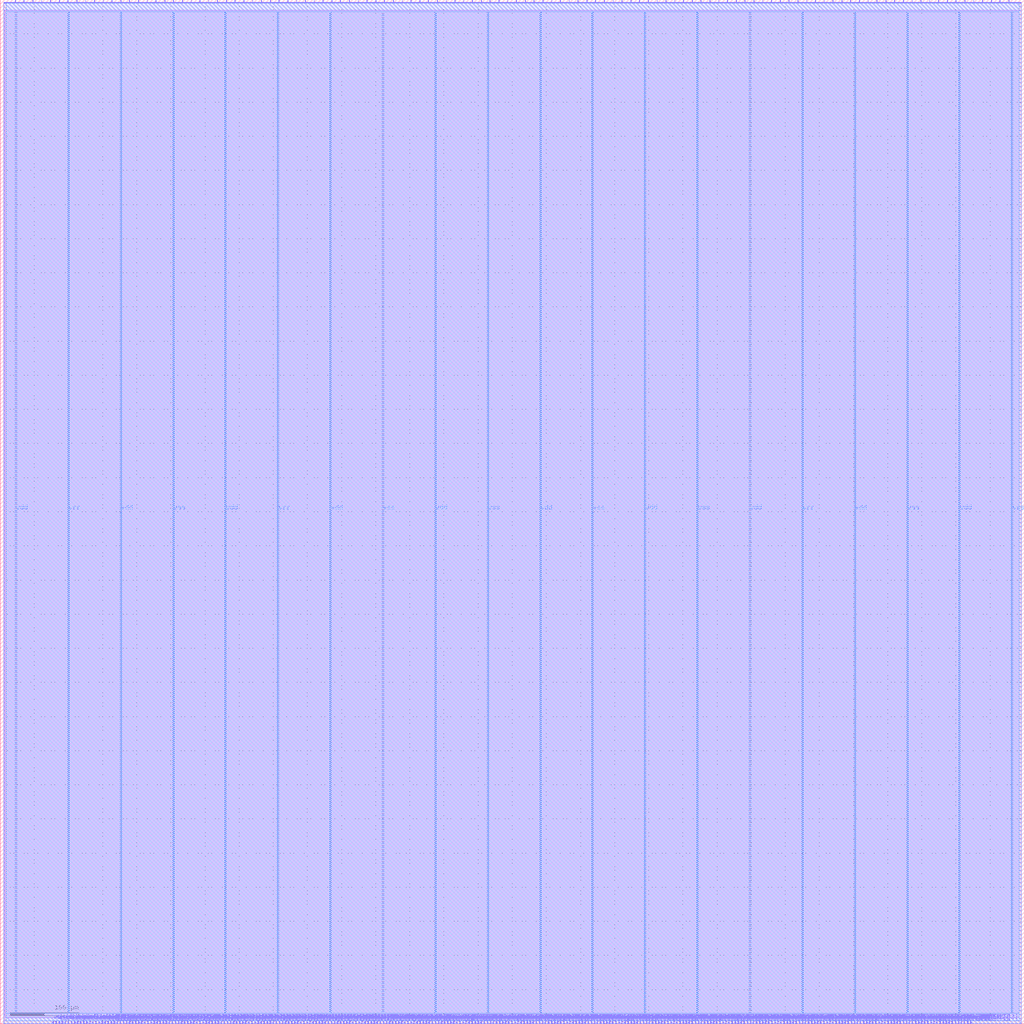
<source format=lef>
VERSION 5.7 ;
  NOWIREEXTENSIONATPIN ON ;
  DIVIDERCHAR "/" ;
  BUSBITCHARS "[]" ;
MACRO computer
  CLASS BLOCK ;
  FOREIGN computer ;
  ORIGIN 0.000 0.000 ;
  SIZE 1500.000 BY 1500.000 ;
  PIN io_in[0]
    DIRECTION INPUT ;
    USE SIGNAL ;
    PORT
      LAYER Metal2 ;
        RECT 21.840 1496.000 22.400 1500.000 ;
    END
  END io_in[0]
  PIN io_in[10]
    DIRECTION INPUT ;
    USE SIGNAL ;
    PORT
      LAYER Metal2 ;
        RECT 408.240 1496.000 408.800 1500.000 ;
    END
  END io_in[10]
  PIN io_in[11]
    DIRECTION INPUT ;
    USE SIGNAL ;
    PORT
      LAYER Metal2 ;
        RECT 446.880 1496.000 447.440 1500.000 ;
    END
  END io_in[11]
  PIN io_in[12]
    DIRECTION INPUT ;
    USE SIGNAL ;
    PORT
      LAYER Metal2 ;
        RECT 485.520 1496.000 486.080 1500.000 ;
    END
  END io_in[12]
  PIN io_in[13]
    DIRECTION INPUT ;
    USE SIGNAL ;
    PORT
      LAYER Metal2 ;
        RECT 524.160 1496.000 524.720 1500.000 ;
    END
  END io_in[13]
  PIN io_in[14]
    DIRECTION INPUT ;
    USE SIGNAL ;
    PORT
      LAYER Metal2 ;
        RECT 562.800 1496.000 563.360 1500.000 ;
    END
  END io_in[14]
  PIN io_in[15]
    DIRECTION INPUT ;
    USE SIGNAL ;
    PORT
      LAYER Metal2 ;
        RECT 601.440 1496.000 602.000 1500.000 ;
    END
  END io_in[15]
  PIN io_in[16]
    DIRECTION INPUT ;
    USE SIGNAL ;
    PORT
      LAYER Metal2 ;
        RECT 640.080 1496.000 640.640 1500.000 ;
    END
  END io_in[16]
  PIN io_in[17]
    DIRECTION INPUT ;
    USE SIGNAL ;
    PORT
      LAYER Metal2 ;
        RECT 678.720 1496.000 679.280 1500.000 ;
    END
  END io_in[17]
  PIN io_in[18]
    DIRECTION INPUT ;
    USE SIGNAL ;
    PORT
      LAYER Metal2 ;
        RECT 717.360 1496.000 717.920 1500.000 ;
    END
  END io_in[18]
  PIN io_in[19]
    DIRECTION INPUT ;
    USE SIGNAL ;
    PORT
      LAYER Metal2 ;
        RECT 756.000 1496.000 756.560 1500.000 ;
    END
  END io_in[19]
  PIN io_in[1]
    DIRECTION INPUT ;
    USE SIGNAL ;
    PORT
      LAYER Metal2 ;
        RECT 60.480 1496.000 61.040 1500.000 ;
    END
  END io_in[1]
  PIN io_in[20]
    DIRECTION INPUT ;
    USE SIGNAL ;
    PORT
      LAYER Metal2 ;
        RECT 794.640 1496.000 795.200 1500.000 ;
    END
  END io_in[20]
  PIN io_in[21]
    DIRECTION INPUT ;
    USE SIGNAL ;
    PORT
      LAYER Metal2 ;
        RECT 833.280 1496.000 833.840 1500.000 ;
    END
  END io_in[21]
  PIN io_in[22]
    DIRECTION INPUT ;
    USE SIGNAL ;
    PORT
      LAYER Metal2 ;
        RECT 871.920 1496.000 872.480 1500.000 ;
    END
  END io_in[22]
  PIN io_in[23]
    DIRECTION INPUT ;
    USE SIGNAL ;
    PORT
      LAYER Metal2 ;
        RECT 910.560 1496.000 911.120 1500.000 ;
    END
  END io_in[23]
  PIN io_in[24]
    DIRECTION INPUT ;
    USE SIGNAL ;
    PORT
      LAYER Metal2 ;
        RECT 949.200 1496.000 949.760 1500.000 ;
    END
  END io_in[24]
  PIN io_in[25]
    DIRECTION INPUT ;
    USE SIGNAL ;
    PORT
      LAYER Metal2 ;
        RECT 987.840 1496.000 988.400 1500.000 ;
    END
  END io_in[25]
  PIN io_in[26]
    DIRECTION INPUT ;
    USE SIGNAL ;
    PORT
      LAYER Metal2 ;
        RECT 1026.480 1496.000 1027.040 1500.000 ;
    END
  END io_in[26]
  PIN io_in[27]
    DIRECTION INPUT ;
    USE SIGNAL ;
    PORT
      LAYER Metal2 ;
        RECT 1065.120 1496.000 1065.680 1500.000 ;
    END
  END io_in[27]
  PIN io_in[28]
    DIRECTION INPUT ;
    USE SIGNAL ;
    PORT
      LAYER Metal2 ;
        RECT 1103.760 1496.000 1104.320 1500.000 ;
    END
  END io_in[28]
  PIN io_in[29]
    DIRECTION INPUT ;
    USE SIGNAL ;
    PORT
      LAYER Metal2 ;
        RECT 1142.400 1496.000 1142.960 1500.000 ;
    END
  END io_in[29]
  PIN io_in[2]
    DIRECTION INPUT ;
    USE SIGNAL ;
    PORT
      LAYER Metal2 ;
        RECT 99.120 1496.000 99.680 1500.000 ;
    END
  END io_in[2]
  PIN io_in[30]
    DIRECTION INPUT ;
    USE SIGNAL ;
    PORT
      LAYER Metal2 ;
        RECT 1181.040 1496.000 1181.600 1500.000 ;
    END
  END io_in[30]
  PIN io_in[31]
    DIRECTION INPUT ;
    USE SIGNAL ;
    PORT
      LAYER Metal2 ;
        RECT 1219.680 1496.000 1220.240 1500.000 ;
    END
  END io_in[31]
  PIN io_in[32]
    DIRECTION INPUT ;
    USE SIGNAL ;
    PORT
      LAYER Metal2 ;
        RECT 1258.320 1496.000 1258.880 1500.000 ;
    END
  END io_in[32]
  PIN io_in[33]
    DIRECTION INPUT ;
    USE SIGNAL ;
    PORT
      LAYER Metal2 ;
        RECT 1296.960 1496.000 1297.520 1500.000 ;
    END
  END io_in[33]
  PIN io_in[34]
    DIRECTION INPUT ;
    USE SIGNAL ;
    PORT
      LAYER Metal2 ;
        RECT 1335.600 1496.000 1336.160 1500.000 ;
    END
  END io_in[34]
  PIN io_in[35]
    DIRECTION INPUT ;
    USE SIGNAL ;
    PORT
      LAYER Metal2 ;
        RECT 1374.240 1496.000 1374.800 1500.000 ;
    END
  END io_in[35]
  PIN io_in[36]
    DIRECTION INPUT ;
    USE SIGNAL ;
    PORT
      LAYER Metal2 ;
        RECT 1412.880 1496.000 1413.440 1500.000 ;
    END
  END io_in[36]
  PIN io_in[37]
    DIRECTION INPUT ;
    USE SIGNAL ;
    PORT
      LAYER Metal2 ;
        RECT 1451.520 1496.000 1452.080 1500.000 ;
    END
  END io_in[37]
  PIN io_in[3]
    DIRECTION INPUT ;
    USE SIGNAL ;
    PORT
      LAYER Metal2 ;
        RECT 137.760 1496.000 138.320 1500.000 ;
    END
  END io_in[3]
  PIN io_in[4]
    DIRECTION INPUT ;
    USE SIGNAL ;
    PORT
      LAYER Metal2 ;
        RECT 176.400 1496.000 176.960 1500.000 ;
    END
  END io_in[4]
  PIN io_in[5]
    DIRECTION INPUT ;
    USE SIGNAL ;
    PORT
      LAYER Metal2 ;
        RECT 215.040 1496.000 215.600 1500.000 ;
    END
  END io_in[5]
  PIN io_in[6]
    DIRECTION INPUT ;
    USE SIGNAL ;
    PORT
      LAYER Metal2 ;
        RECT 253.680 1496.000 254.240 1500.000 ;
    END
  END io_in[6]
  PIN io_in[7]
    DIRECTION INPUT ;
    USE SIGNAL ;
    PORT
      LAYER Metal2 ;
        RECT 292.320 1496.000 292.880 1500.000 ;
    END
  END io_in[7]
  PIN io_in[8]
    DIRECTION INPUT ;
    USE SIGNAL ;
    PORT
      LAYER Metal2 ;
        RECT 330.960 1496.000 331.520 1500.000 ;
    END
  END io_in[8]
  PIN io_in[9]
    DIRECTION INPUT ;
    USE SIGNAL ;
    PORT
      LAYER Metal2 ;
        RECT 369.600 1496.000 370.160 1500.000 ;
    END
  END io_in[9]
  PIN io_oeb[0]
    DIRECTION OUTPUT TRISTATE ;
    USE SIGNAL ;
    PORT
      LAYER Metal2 ;
        RECT 34.720 1496.000 35.280 1500.000 ;
    END
  END io_oeb[0]
  PIN io_oeb[10]
    DIRECTION OUTPUT TRISTATE ;
    USE SIGNAL ;
    PORT
      LAYER Metal2 ;
        RECT 421.120 1496.000 421.680 1500.000 ;
    END
  END io_oeb[10]
  PIN io_oeb[11]
    DIRECTION OUTPUT TRISTATE ;
    USE SIGNAL ;
    PORT
      LAYER Metal2 ;
        RECT 459.760 1496.000 460.320 1500.000 ;
    END
  END io_oeb[11]
  PIN io_oeb[12]
    DIRECTION OUTPUT TRISTATE ;
    USE SIGNAL ;
    PORT
      LAYER Metal2 ;
        RECT 498.400 1496.000 498.960 1500.000 ;
    END
  END io_oeb[12]
  PIN io_oeb[13]
    DIRECTION OUTPUT TRISTATE ;
    USE SIGNAL ;
    PORT
      LAYER Metal2 ;
        RECT 537.040 1496.000 537.600 1500.000 ;
    END
  END io_oeb[13]
  PIN io_oeb[14]
    DIRECTION OUTPUT TRISTATE ;
    USE SIGNAL ;
    PORT
      LAYER Metal2 ;
        RECT 575.680 1496.000 576.240 1500.000 ;
    END
  END io_oeb[14]
  PIN io_oeb[15]
    DIRECTION OUTPUT TRISTATE ;
    USE SIGNAL ;
    PORT
      LAYER Metal2 ;
        RECT 614.320 1496.000 614.880 1500.000 ;
    END
  END io_oeb[15]
  PIN io_oeb[16]
    DIRECTION OUTPUT TRISTATE ;
    USE SIGNAL ;
    PORT
      LAYER Metal2 ;
        RECT 652.960 1496.000 653.520 1500.000 ;
    END
  END io_oeb[16]
  PIN io_oeb[17]
    DIRECTION OUTPUT TRISTATE ;
    USE SIGNAL ;
    PORT
      LAYER Metal2 ;
        RECT 691.600 1496.000 692.160 1500.000 ;
    END
  END io_oeb[17]
  PIN io_oeb[18]
    DIRECTION OUTPUT TRISTATE ;
    USE SIGNAL ;
    PORT
      LAYER Metal2 ;
        RECT 730.240 1496.000 730.800 1500.000 ;
    END
  END io_oeb[18]
  PIN io_oeb[19]
    DIRECTION OUTPUT TRISTATE ;
    USE SIGNAL ;
    PORT
      LAYER Metal2 ;
        RECT 768.880 1496.000 769.440 1500.000 ;
    END
  END io_oeb[19]
  PIN io_oeb[1]
    DIRECTION OUTPUT TRISTATE ;
    USE SIGNAL ;
    PORT
      LAYER Metal2 ;
        RECT 73.360 1496.000 73.920 1500.000 ;
    END
  END io_oeb[1]
  PIN io_oeb[20]
    DIRECTION OUTPUT TRISTATE ;
    USE SIGNAL ;
    PORT
      LAYER Metal2 ;
        RECT 807.520 1496.000 808.080 1500.000 ;
    END
  END io_oeb[20]
  PIN io_oeb[21]
    DIRECTION OUTPUT TRISTATE ;
    USE SIGNAL ;
    PORT
      LAYER Metal2 ;
        RECT 846.160 1496.000 846.720 1500.000 ;
    END
  END io_oeb[21]
  PIN io_oeb[22]
    DIRECTION OUTPUT TRISTATE ;
    USE SIGNAL ;
    PORT
      LAYER Metal2 ;
        RECT 884.800 1496.000 885.360 1500.000 ;
    END
  END io_oeb[22]
  PIN io_oeb[23]
    DIRECTION OUTPUT TRISTATE ;
    USE SIGNAL ;
    PORT
      LAYER Metal2 ;
        RECT 923.440 1496.000 924.000 1500.000 ;
    END
  END io_oeb[23]
  PIN io_oeb[24]
    DIRECTION OUTPUT TRISTATE ;
    USE SIGNAL ;
    PORT
      LAYER Metal2 ;
        RECT 962.080 1496.000 962.640 1500.000 ;
    END
  END io_oeb[24]
  PIN io_oeb[25]
    DIRECTION OUTPUT TRISTATE ;
    USE SIGNAL ;
    PORT
      LAYER Metal2 ;
        RECT 1000.720 1496.000 1001.280 1500.000 ;
    END
  END io_oeb[25]
  PIN io_oeb[26]
    DIRECTION OUTPUT TRISTATE ;
    USE SIGNAL ;
    PORT
      LAYER Metal2 ;
        RECT 1039.360 1496.000 1039.920 1500.000 ;
    END
  END io_oeb[26]
  PIN io_oeb[27]
    DIRECTION OUTPUT TRISTATE ;
    USE SIGNAL ;
    PORT
      LAYER Metal2 ;
        RECT 1078.000 1496.000 1078.560 1500.000 ;
    END
  END io_oeb[27]
  PIN io_oeb[28]
    DIRECTION OUTPUT TRISTATE ;
    USE SIGNAL ;
    PORT
      LAYER Metal2 ;
        RECT 1116.640 1496.000 1117.200 1500.000 ;
    END
  END io_oeb[28]
  PIN io_oeb[29]
    DIRECTION OUTPUT TRISTATE ;
    USE SIGNAL ;
    PORT
      LAYER Metal2 ;
        RECT 1155.280 1496.000 1155.840 1500.000 ;
    END
  END io_oeb[29]
  PIN io_oeb[2]
    DIRECTION OUTPUT TRISTATE ;
    USE SIGNAL ;
    PORT
      LAYER Metal2 ;
        RECT 112.000 1496.000 112.560 1500.000 ;
    END
  END io_oeb[2]
  PIN io_oeb[30]
    DIRECTION OUTPUT TRISTATE ;
    USE SIGNAL ;
    PORT
      LAYER Metal2 ;
        RECT 1193.920 1496.000 1194.480 1500.000 ;
    END
  END io_oeb[30]
  PIN io_oeb[31]
    DIRECTION OUTPUT TRISTATE ;
    USE SIGNAL ;
    PORT
      LAYER Metal2 ;
        RECT 1232.560 1496.000 1233.120 1500.000 ;
    END
  END io_oeb[31]
  PIN io_oeb[32]
    DIRECTION OUTPUT TRISTATE ;
    USE SIGNAL ;
    PORT
      LAYER Metal2 ;
        RECT 1271.200 1496.000 1271.760 1500.000 ;
    END
  END io_oeb[32]
  PIN io_oeb[33]
    DIRECTION OUTPUT TRISTATE ;
    USE SIGNAL ;
    PORT
      LAYER Metal2 ;
        RECT 1309.840 1496.000 1310.400 1500.000 ;
    END
  END io_oeb[33]
  PIN io_oeb[34]
    DIRECTION OUTPUT TRISTATE ;
    USE SIGNAL ;
    PORT
      LAYER Metal2 ;
        RECT 1348.480 1496.000 1349.040 1500.000 ;
    END
  END io_oeb[34]
  PIN io_oeb[35]
    DIRECTION OUTPUT TRISTATE ;
    USE SIGNAL ;
    PORT
      LAYER Metal2 ;
        RECT 1387.120 1496.000 1387.680 1500.000 ;
    END
  END io_oeb[35]
  PIN io_oeb[36]
    DIRECTION OUTPUT TRISTATE ;
    USE SIGNAL ;
    PORT
      LAYER Metal2 ;
        RECT 1425.760 1496.000 1426.320 1500.000 ;
    END
  END io_oeb[36]
  PIN io_oeb[37]
    DIRECTION OUTPUT TRISTATE ;
    USE SIGNAL ;
    PORT
      LAYER Metal2 ;
        RECT 1464.400 1496.000 1464.960 1500.000 ;
    END
  END io_oeb[37]
  PIN io_oeb[3]
    DIRECTION OUTPUT TRISTATE ;
    USE SIGNAL ;
    PORT
      LAYER Metal2 ;
        RECT 150.640 1496.000 151.200 1500.000 ;
    END
  END io_oeb[3]
  PIN io_oeb[4]
    DIRECTION OUTPUT TRISTATE ;
    USE SIGNAL ;
    PORT
      LAYER Metal2 ;
        RECT 189.280 1496.000 189.840 1500.000 ;
    END
  END io_oeb[4]
  PIN io_oeb[5]
    DIRECTION OUTPUT TRISTATE ;
    USE SIGNAL ;
    PORT
      LAYER Metal2 ;
        RECT 227.920 1496.000 228.480 1500.000 ;
    END
  END io_oeb[5]
  PIN io_oeb[6]
    DIRECTION OUTPUT TRISTATE ;
    USE SIGNAL ;
    PORT
      LAYER Metal2 ;
        RECT 266.560 1496.000 267.120 1500.000 ;
    END
  END io_oeb[6]
  PIN io_oeb[7]
    DIRECTION OUTPUT TRISTATE ;
    USE SIGNAL ;
    PORT
      LAYER Metal2 ;
        RECT 305.200 1496.000 305.760 1500.000 ;
    END
  END io_oeb[7]
  PIN io_oeb[8]
    DIRECTION OUTPUT TRISTATE ;
    USE SIGNAL ;
    PORT
      LAYER Metal2 ;
        RECT 343.840 1496.000 344.400 1500.000 ;
    END
  END io_oeb[8]
  PIN io_oeb[9]
    DIRECTION OUTPUT TRISTATE ;
    USE SIGNAL ;
    PORT
      LAYER Metal2 ;
        RECT 382.480 1496.000 383.040 1500.000 ;
    END
  END io_oeb[9]
  PIN io_out[0]
    DIRECTION OUTPUT TRISTATE ;
    USE SIGNAL ;
    PORT
      LAYER Metal2 ;
        RECT 47.600 1496.000 48.160 1500.000 ;
    END
  END io_out[0]
  PIN io_out[10]
    DIRECTION OUTPUT TRISTATE ;
    USE SIGNAL ;
    PORT
      LAYER Metal2 ;
        RECT 434.000 1496.000 434.560 1500.000 ;
    END
  END io_out[10]
  PIN io_out[11]
    DIRECTION OUTPUT TRISTATE ;
    USE SIGNAL ;
    PORT
      LAYER Metal2 ;
        RECT 472.640 1496.000 473.200 1500.000 ;
    END
  END io_out[11]
  PIN io_out[12]
    DIRECTION OUTPUT TRISTATE ;
    USE SIGNAL ;
    PORT
      LAYER Metal2 ;
        RECT 511.280 1496.000 511.840 1500.000 ;
    END
  END io_out[12]
  PIN io_out[13]
    DIRECTION OUTPUT TRISTATE ;
    USE SIGNAL ;
    PORT
      LAYER Metal2 ;
        RECT 549.920 1496.000 550.480 1500.000 ;
    END
  END io_out[13]
  PIN io_out[14]
    DIRECTION OUTPUT TRISTATE ;
    USE SIGNAL ;
    PORT
      LAYER Metal2 ;
        RECT 588.560 1496.000 589.120 1500.000 ;
    END
  END io_out[14]
  PIN io_out[15]
    DIRECTION OUTPUT TRISTATE ;
    USE SIGNAL ;
    PORT
      LAYER Metal2 ;
        RECT 627.200 1496.000 627.760 1500.000 ;
    END
  END io_out[15]
  PIN io_out[16]
    DIRECTION OUTPUT TRISTATE ;
    USE SIGNAL ;
    PORT
      LAYER Metal2 ;
        RECT 665.840 1496.000 666.400 1500.000 ;
    END
  END io_out[16]
  PIN io_out[17]
    DIRECTION OUTPUT TRISTATE ;
    USE SIGNAL ;
    PORT
      LAYER Metal2 ;
        RECT 704.480 1496.000 705.040 1500.000 ;
    END
  END io_out[17]
  PIN io_out[18]
    DIRECTION OUTPUT TRISTATE ;
    USE SIGNAL ;
    PORT
      LAYER Metal2 ;
        RECT 743.120 1496.000 743.680 1500.000 ;
    END
  END io_out[18]
  PIN io_out[19]
    DIRECTION OUTPUT TRISTATE ;
    USE SIGNAL ;
    PORT
      LAYER Metal2 ;
        RECT 781.760 1496.000 782.320 1500.000 ;
    END
  END io_out[19]
  PIN io_out[1]
    DIRECTION OUTPUT TRISTATE ;
    USE SIGNAL ;
    PORT
      LAYER Metal2 ;
        RECT 86.240 1496.000 86.800 1500.000 ;
    END
  END io_out[1]
  PIN io_out[20]
    DIRECTION OUTPUT TRISTATE ;
    USE SIGNAL ;
    PORT
      LAYER Metal2 ;
        RECT 820.400 1496.000 820.960 1500.000 ;
    END
  END io_out[20]
  PIN io_out[21]
    DIRECTION OUTPUT TRISTATE ;
    USE SIGNAL ;
    PORT
      LAYER Metal2 ;
        RECT 859.040 1496.000 859.600 1500.000 ;
    END
  END io_out[21]
  PIN io_out[22]
    DIRECTION OUTPUT TRISTATE ;
    USE SIGNAL ;
    PORT
      LAYER Metal2 ;
        RECT 897.680 1496.000 898.240 1500.000 ;
    END
  END io_out[22]
  PIN io_out[23]
    DIRECTION OUTPUT TRISTATE ;
    USE SIGNAL ;
    PORT
      LAYER Metal2 ;
        RECT 936.320 1496.000 936.880 1500.000 ;
    END
  END io_out[23]
  PIN io_out[24]
    DIRECTION OUTPUT TRISTATE ;
    USE SIGNAL ;
    PORT
      LAYER Metal2 ;
        RECT 974.960 1496.000 975.520 1500.000 ;
    END
  END io_out[24]
  PIN io_out[25]
    DIRECTION OUTPUT TRISTATE ;
    USE SIGNAL ;
    PORT
      LAYER Metal2 ;
        RECT 1013.600 1496.000 1014.160 1500.000 ;
    END
  END io_out[25]
  PIN io_out[26]
    DIRECTION OUTPUT TRISTATE ;
    USE SIGNAL ;
    PORT
      LAYER Metal2 ;
        RECT 1052.240 1496.000 1052.800 1500.000 ;
    END
  END io_out[26]
  PIN io_out[27]
    DIRECTION OUTPUT TRISTATE ;
    USE SIGNAL ;
    PORT
      LAYER Metal2 ;
        RECT 1090.880 1496.000 1091.440 1500.000 ;
    END
  END io_out[27]
  PIN io_out[28]
    DIRECTION OUTPUT TRISTATE ;
    USE SIGNAL ;
    PORT
      LAYER Metal2 ;
        RECT 1129.520 1496.000 1130.080 1500.000 ;
    END
  END io_out[28]
  PIN io_out[29]
    DIRECTION OUTPUT TRISTATE ;
    USE SIGNAL ;
    PORT
      LAYER Metal2 ;
        RECT 1168.160 1496.000 1168.720 1500.000 ;
    END
  END io_out[29]
  PIN io_out[2]
    DIRECTION OUTPUT TRISTATE ;
    USE SIGNAL ;
    PORT
      LAYER Metal2 ;
        RECT 124.880 1496.000 125.440 1500.000 ;
    END
  END io_out[2]
  PIN io_out[30]
    DIRECTION OUTPUT TRISTATE ;
    USE SIGNAL ;
    PORT
      LAYER Metal2 ;
        RECT 1206.800 1496.000 1207.360 1500.000 ;
    END
  END io_out[30]
  PIN io_out[31]
    DIRECTION OUTPUT TRISTATE ;
    USE SIGNAL ;
    PORT
      LAYER Metal2 ;
        RECT 1245.440 1496.000 1246.000 1500.000 ;
    END
  END io_out[31]
  PIN io_out[32]
    DIRECTION OUTPUT TRISTATE ;
    USE SIGNAL ;
    PORT
      LAYER Metal2 ;
        RECT 1284.080 1496.000 1284.640 1500.000 ;
    END
  END io_out[32]
  PIN io_out[33]
    DIRECTION OUTPUT TRISTATE ;
    USE SIGNAL ;
    PORT
      LAYER Metal2 ;
        RECT 1322.720 1496.000 1323.280 1500.000 ;
    END
  END io_out[33]
  PIN io_out[34]
    DIRECTION OUTPUT TRISTATE ;
    USE SIGNAL ;
    PORT
      LAYER Metal2 ;
        RECT 1361.360 1496.000 1361.920 1500.000 ;
    END
  END io_out[34]
  PIN io_out[35]
    DIRECTION OUTPUT TRISTATE ;
    USE SIGNAL ;
    PORT
      LAYER Metal2 ;
        RECT 1400.000 1496.000 1400.560 1500.000 ;
    END
  END io_out[35]
  PIN io_out[36]
    DIRECTION OUTPUT TRISTATE ;
    USE SIGNAL ;
    PORT
      LAYER Metal2 ;
        RECT 1438.640 1496.000 1439.200 1500.000 ;
    END
  END io_out[36]
  PIN io_out[37]
    DIRECTION OUTPUT TRISTATE ;
    USE SIGNAL ;
    PORT
      LAYER Metal2 ;
        RECT 1477.280 1496.000 1477.840 1500.000 ;
    END
  END io_out[37]
  PIN io_out[3]
    DIRECTION OUTPUT TRISTATE ;
    USE SIGNAL ;
    PORT
      LAYER Metal2 ;
        RECT 163.520 1496.000 164.080 1500.000 ;
    END
  END io_out[3]
  PIN io_out[4]
    DIRECTION OUTPUT TRISTATE ;
    USE SIGNAL ;
    PORT
      LAYER Metal2 ;
        RECT 202.160 1496.000 202.720 1500.000 ;
    END
  END io_out[4]
  PIN io_out[5]
    DIRECTION OUTPUT TRISTATE ;
    USE SIGNAL ;
    PORT
      LAYER Metal2 ;
        RECT 240.800 1496.000 241.360 1500.000 ;
    END
  END io_out[5]
  PIN io_out[6]
    DIRECTION OUTPUT TRISTATE ;
    USE SIGNAL ;
    PORT
      LAYER Metal2 ;
        RECT 279.440 1496.000 280.000 1500.000 ;
    END
  END io_out[6]
  PIN io_out[7]
    DIRECTION OUTPUT TRISTATE ;
    USE SIGNAL ;
    PORT
      LAYER Metal2 ;
        RECT 318.080 1496.000 318.640 1500.000 ;
    END
  END io_out[7]
  PIN io_out[8]
    DIRECTION OUTPUT TRISTATE ;
    USE SIGNAL ;
    PORT
      LAYER Metal2 ;
        RECT 356.720 1496.000 357.280 1500.000 ;
    END
  END io_out[8]
  PIN io_out[9]
    DIRECTION OUTPUT TRISTATE ;
    USE SIGNAL ;
    PORT
      LAYER Metal2 ;
        RECT 395.360 1496.000 395.920 1500.000 ;
    END
  END io_out[9]
  PIN irq[0]
    DIRECTION OUTPUT TRISTATE ;
    USE SIGNAL ;
    PORT
      LAYER Metal2 ;
        RECT 1412.320 0.000 1412.880 4.000 ;
    END
  END irq[0]
  PIN irq[1]
    DIRECTION OUTPUT TRISTATE ;
    USE SIGNAL ;
    PORT
      LAYER Metal2 ;
        RECT 1416.800 0.000 1417.360 4.000 ;
    END
  END irq[1]
  PIN irq[2]
    DIRECTION OUTPUT TRISTATE ;
    USE SIGNAL ;
    PORT
      LAYER Metal2 ;
        RECT 1421.280 0.000 1421.840 4.000 ;
    END
  END irq[2]
  PIN la_data_in[0]
    DIRECTION INPUT ;
    USE SIGNAL ;
    PORT
      LAYER Metal2 ;
        RECT 552.160 0.000 552.720 4.000 ;
    END
  END la_data_in[0]
  PIN la_data_in[10]
    DIRECTION INPUT ;
    USE SIGNAL ;
    PORT
      LAYER Metal2 ;
        RECT 686.560 0.000 687.120 4.000 ;
    END
  END la_data_in[10]
  PIN la_data_in[11]
    DIRECTION INPUT ;
    USE SIGNAL ;
    PORT
      LAYER Metal2 ;
        RECT 700.000 0.000 700.560 4.000 ;
    END
  END la_data_in[11]
  PIN la_data_in[12]
    DIRECTION INPUT ;
    USE SIGNAL ;
    PORT
      LAYER Metal2 ;
        RECT 713.440 0.000 714.000 4.000 ;
    END
  END la_data_in[12]
  PIN la_data_in[13]
    DIRECTION INPUT ;
    USE SIGNAL ;
    PORT
      LAYER Metal2 ;
        RECT 726.880 0.000 727.440 4.000 ;
    END
  END la_data_in[13]
  PIN la_data_in[14]
    DIRECTION INPUT ;
    USE SIGNAL ;
    PORT
      LAYER Metal2 ;
        RECT 740.320 0.000 740.880 4.000 ;
    END
  END la_data_in[14]
  PIN la_data_in[15]
    DIRECTION INPUT ;
    USE SIGNAL ;
    PORT
      LAYER Metal2 ;
        RECT 753.760 0.000 754.320 4.000 ;
    END
  END la_data_in[15]
  PIN la_data_in[16]
    DIRECTION INPUT ;
    USE SIGNAL ;
    PORT
      LAYER Metal2 ;
        RECT 767.200 0.000 767.760 4.000 ;
    END
  END la_data_in[16]
  PIN la_data_in[17]
    DIRECTION INPUT ;
    USE SIGNAL ;
    PORT
      LAYER Metal2 ;
        RECT 780.640 0.000 781.200 4.000 ;
    END
  END la_data_in[17]
  PIN la_data_in[18]
    DIRECTION INPUT ;
    USE SIGNAL ;
    PORT
      LAYER Metal2 ;
        RECT 794.080 0.000 794.640 4.000 ;
    END
  END la_data_in[18]
  PIN la_data_in[19]
    DIRECTION INPUT ;
    USE SIGNAL ;
    PORT
      LAYER Metal2 ;
        RECT 807.520 0.000 808.080 4.000 ;
    END
  END la_data_in[19]
  PIN la_data_in[1]
    DIRECTION INPUT ;
    USE SIGNAL ;
    PORT
      LAYER Metal2 ;
        RECT 565.600 0.000 566.160 4.000 ;
    END
  END la_data_in[1]
  PIN la_data_in[20]
    DIRECTION INPUT ;
    USE SIGNAL ;
    PORT
      LAYER Metal2 ;
        RECT 820.960 0.000 821.520 4.000 ;
    END
  END la_data_in[20]
  PIN la_data_in[21]
    DIRECTION INPUT ;
    USE SIGNAL ;
    PORT
      LAYER Metal2 ;
        RECT 834.400 0.000 834.960 4.000 ;
    END
  END la_data_in[21]
  PIN la_data_in[22]
    DIRECTION INPUT ;
    USE SIGNAL ;
    PORT
      LAYER Metal2 ;
        RECT 847.840 0.000 848.400 4.000 ;
    END
  END la_data_in[22]
  PIN la_data_in[23]
    DIRECTION INPUT ;
    USE SIGNAL ;
    PORT
      LAYER Metal2 ;
        RECT 861.280 0.000 861.840 4.000 ;
    END
  END la_data_in[23]
  PIN la_data_in[24]
    DIRECTION INPUT ;
    USE SIGNAL ;
    PORT
      LAYER Metal2 ;
        RECT 874.720 0.000 875.280 4.000 ;
    END
  END la_data_in[24]
  PIN la_data_in[25]
    DIRECTION INPUT ;
    USE SIGNAL ;
    PORT
      LAYER Metal2 ;
        RECT 888.160 0.000 888.720 4.000 ;
    END
  END la_data_in[25]
  PIN la_data_in[26]
    DIRECTION INPUT ;
    USE SIGNAL ;
    PORT
      LAYER Metal2 ;
        RECT 901.600 0.000 902.160 4.000 ;
    END
  END la_data_in[26]
  PIN la_data_in[27]
    DIRECTION INPUT ;
    USE SIGNAL ;
    PORT
      LAYER Metal2 ;
        RECT 915.040 0.000 915.600 4.000 ;
    END
  END la_data_in[27]
  PIN la_data_in[28]
    DIRECTION INPUT ;
    USE SIGNAL ;
    PORT
      LAYER Metal2 ;
        RECT 928.480 0.000 929.040 4.000 ;
    END
  END la_data_in[28]
  PIN la_data_in[29]
    DIRECTION INPUT ;
    USE SIGNAL ;
    PORT
      LAYER Metal2 ;
        RECT 941.920 0.000 942.480 4.000 ;
    END
  END la_data_in[29]
  PIN la_data_in[2]
    DIRECTION INPUT ;
    USE SIGNAL ;
    PORT
      LAYER Metal2 ;
        RECT 579.040 0.000 579.600 4.000 ;
    END
  END la_data_in[2]
  PIN la_data_in[30]
    DIRECTION INPUT ;
    USE SIGNAL ;
    PORT
      LAYER Metal2 ;
        RECT 955.360 0.000 955.920 4.000 ;
    END
  END la_data_in[30]
  PIN la_data_in[31]
    DIRECTION INPUT ;
    USE SIGNAL ;
    PORT
      LAYER Metal2 ;
        RECT 968.800 0.000 969.360 4.000 ;
    END
  END la_data_in[31]
  PIN la_data_in[32]
    DIRECTION INPUT ;
    USE SIGNAL ;
    PORT
      LAYER Metal2 ;
        RECT 982.240 0.000 982.800 4.000 ;
    END
  END la_data_in[32]
  PIN la_data_in[33]
    DIRECTION INPUT ;
    USE SIGNAL ;
    PORT
      LAYER Metal2 ;
        RECT 995.680 0.000 996.240 4.000 ;
    END
  END la_data_in[33]
  PIN la_data_in[34]
    DIRECTION INPUT ;
    USE SIGNAL ;
    PORT
      LAYER Metal2 ;
        RECT 1009.120 0.000 1009.680 4.000 ;
    END
  END la_data_in[34]
  PIN la_data_in[35]
    DIRECTION INPUT ;
    USE SIGNAL ;
    PORT
      LAYER Metal2 ;
        RECT 1022.560 0.000 1023.120 4.000 ;
    END
  END la_data_in[35]
  PIN la_data_in[36]
    DIRECTION INPUT ;
    USE SIGNAL ;
    PORT
      LAYER Metal2 ;
        RECT 1036.000 0.000 1036.560 4.000 ;
    END
  END la_data_in[36]
  PIN la_data_in[37]
    DIRECTION INPUT ;
    USE SIGNAL ;
    PORT
      LAYER Metal2 ;
        RECT 1049.440 0.000 1050.000 4.000 ;
    END
  END la_data_in[37]
  PIN la_data_in[38]
    DIRECTION INPUT ;
    USE SIGNAL ;
    PORT
      LAYER Metal2 ;
        RECT 1062.880 0.000 1063.440 4.000 ;
    END
  END la_data_in[38]
  PIN la_data_in[39]
    DIRECTION INPUT ;
    USE SIGNAL ;
    PORT
      LAYER Metal2 ;
        RECT 1076.320 0.000 1076.880 4.000 ;
    END
  END la_data_in[39]
  PIN la_data_in[3]
    DIRECTION INPUT ;
    USE SIGNAL ;
    PORT
      LAYER Metal2 ;
        RECT 592.480 0.000 593.040 4.000 ;
    END
  END la_data_in[3]
  PIN la_data_in[40]
    DIRECTION INPUT ;
    USE SIGNAL ;
    PORT
      LAYER Metal2 ;
        RECT 1089.760 0.000 1090.320 4.000 ;
    END
  END la_data_in[40]
  PIN la_data_in[41]
    DIRECTION INPUT ;
    USE SIGNAL ;
    PORT
      LAYER Metal2 ;
        RECT 1103.200 0.000 1103.760 4.000 ;
    END
  END la_data_in[41]
  PIN la_data_in[42]
    DIRECTION INPUT ;
    USE SIGNAL ;
    PORT
      LAYER Metal2 ;
        RECT 1116.640 0.000 1117.200 4.000 ;
    END
  END la_data_in[42]
  PIN la_data_in[43]
    DIRECTION INPUT ;
    USE SIGNAL ;
    PORT
      LAYER Metal2 ;
        RECT 1130.080 0.000 1130.640 4.000 ;
    END
  END la_data_in[43]
  PIN la_data_in[44]
    DIRECTION INPUT ;
    USE SIGNAL ;
    PORT
      LAYER Metal2 ;
        RECT 1143.520 0.000 1144.080 4.000 ;
    END
  END la_data_in[44]
  PIN la_data_in[45]
    DIRECTION INPUT ;
    USE SIGNAL ;
    PORT
      LAYER Metal2 ;
        RECT 1156.960 0.000 1157.520 4.000 ;
    END
  END la_data_in[45]
  PIN la_data_in[46]
    DIRECTION INPUT ;
    USE SIGNAL ;
    PORT
      LAYER Metal2 ;
        RECT 1170.400 0.000 1170.960 4.000 ;
    END
  END la_data_in[46]
  PIN la_data_in[47]
    DIRECTION INPUT ;
    USE SIGNAL ;
    PORT
      LAYER Metal2 ;
        RECT 1183.840 0.000 1184.400 4.000 ;
    END
  END la_data_in[47]
  PIN la_data_in[48]
    DIRECTION INPUT ;
    USE SIGNAL ;
    PORT
      LAYER Metal2 ;
        RECT 1197.280 0.000 1197.840 4.000 ;
    END
  END la_data_in[48]
  PIN la_data_in[49]
    DIRECTION INPUT ;
    USE SIGNAL ;
    PORT
      LAYER Metal2 ;
        RECT 1210.720 0.000 1211.280 4.000 ;
    END
  END la_data_in[49]
  PIN la_data_in[4]
    DIRECTION INPUT ;
    USE SIGNAL ;
    PORT
      LAYER Metal2 ;
        RECT 605.920 0.000 606.480 4.000 ;
    END
  END la_data_in[4]
  PIN la_data_in[50]
    DIRECTION INPUT ;
    USE SIGNAL ;
    PORT
      LAYER Metal2 ;
        RECT 1224.160 0.000 1224.720 4.000 ;
    END
  END la_data_in[50]
  PIN la_data_in[51]
    DIRECTION INPUT ;
    USE SIGNAL ;
    PORT
      LAYER Metal2 ;
        RECT 1237.600 0.000 1238.160 4.000 ;
    END
  END la_data_in[51]
  PIN la_data_in[52]
    DIRECTION INPUT ;
    USE SIGNAL ;
    PORT
      LAYER Metal2 ;
        RECT 1251.040 0.000 1251.600 4.000 ;
    END
  END la_data_in[52]
  PIN la_data_in[53]
    DIRECTION INPUT ;
    USE SIGNAL ;
    PORT
      LAYER Metal2 ;
        RECT 1264.480 0.000 1265.040 4.000 ;
    END
  END la_data_in[53]
  PIN la_data_in[54]
    DIRECTION INPUT ;
    USE SIGNAL ;
    PORT
      LAYER Metal2 ;
        RECT 1277.920 0.000 1278.480 4.000 ;
    END
  END la_data_in[54]
  PIN la_data_in[55]
    DIRECTION INPUT ;
    USE SIGNAL ;
    PORT
      LAYER Metal2 ;
        RECT 1291.360 0.000 1291.920 4.000 ;
    END
  END la_data_in[55]
  PIN la_data_in[56]
    DIRECTION INPUT ;
    USE SIGNAL ;
    PORT
      LAYER Metal2 ;
        RECT 1304.800 0.000 1305.360 4.000 ;
    END
  END la_data_in[56]
  PIN la_data_in[57]
    DIRECTION INPUT ;
    USE SIGNAL ;
    PORT
      LAYER Metal2 ;
        RECT 1318.240 0.000 1318.800 4.000 ;
    END
  END la_data_in[57]
  PIN la_data_in[58]
    DIRECTION INPUT ;
    USE SIGNAL ;
    PORT
      LAYER Metal2 ;
        RECT 1331.680 0.000 1332.240 4.000 ;
    END
  END la_data_in[58]
  PIN la_data_in[59]
    DIRECTION INPUT ;
    USE SIGNAL ;
    PORT
      LAYER Metal2 ;
        RECT 1345.120 0.000 1345.680 4.000 ;
    END
  END la_data_in[59]
  PIN la_data_in[5]
    DIRECTION INPUT ;
    USE SIGNAL ;
    PORT
      LAYER Metal2 ;
        RECT 619.360 0.000 619.920 4.000 ;
    END
  END la_data_in[5]
  PIN la_data_in[60]
    DIRECTION INPUT ;
    USE SIGNAL ;
    PORT
      LAYER Metal2 ;
        RECT 1358.560 0.000 1359.120 4.000 ;
    END
  END la_data_in[60]
  PIN la_data_in[61]
    DIRECTION INPUT ;
    USE SIGNAL ;
    PORT
      LAYER Metal2 ;
        RECT 1372.000 0.000 1372.560 4.000 ;
    END
  END la_data_in[61]
  PIN la_data_in[62]
    DIRECTION INPUT ;
    USE SIGNAL ;
    PORT
      LAYER Metal2 ;
        RECT 1385.440 0.000 1386.000 4.000 ;
    END
  END la_data_in[62]
  PIN la_data_in[63]
    DIRECTION INPUT ;
    USE SIGNAL ;
    PORT
      LAYER Metal2 ;
        RECT 1398.880 0.000 1399.440 4.000 ;
    END
  END la_data_in[63]
  PIN la_data_in[6]
    DIRECTION INPUT ;
    USE SIGNAL ;
    PORT
      LAYER Metal2 ;
        RECT 632.800 0.000 633.360 4.000 ;
    END
  END la_data_in[6]
  PIN la_data_in[7]
    DIRECTION INPUT ;
    USE SIGNAL ;
    PORT
      LAYER Metal2 ;
        RECT 646.240 0.000 646.800 4.000 ;
    END
  END la_data_in[7]
  PIN la_data_in[8]
    DIRECTION INPUT ;
    USE SIGNAL ;
    PORT
      LAYER Metal2 ;
        RECT 659.680 0.000 660.240 4.000 ;
    END
  END la_data_in[8]
  PIN la_data_in[9]
    DIRECTION INPUT ;
    USE SIGNAL ;
    PORT
      LAYER Metal2 ;
        RECT 673.120 0.000 673.680 4.000 ;
    END
  END la_data_in[9]
  PIN la_data_out[0]
    DIRECTION OUTPUT TRISTATE ;
    USE SIGNAL ;
    PORT
      LAYER Metal2 ;
        RECT 556.640 0.000 557.200 4.000 ;
    END
  END la_data_out[0]
  PIN la_data_out[10]
    DIRECTION OUTPUT TRISTATE ;
    USE SIGNAL ;
    PORT
      LAYER Metal2 ;
        RECT 691.040 0.000 691.600 4.000 ;
    END
  END la_data_out[10]
  PIN la_data_out[11]
    DIRECTION OUTPUT TRISTATE ;
    USE SIGNAL ;
    PORT
      LAYER Metal2 ;
        RECT 704.480 0.000 705.040 4.000 ;
    END
  END la_data_out[11]
  PIN la_data_out[12]
    DIRECTION OUTPUT TRISTATE ;
    USE SIGNAL ;
    PORT
      LAYER Metal2 ;
        RECT 717.920 0.000 718.480 4.000 ;
    END
  END la_data_out[12]
  PIN la_data_out[13]
    DIRECTION OUTPUT TRISTATE ;
    USE SIGNAL ;
    PORT
      LAYER Metal2 ;
        RECT 731.360 0.000 731.920 4.000 ;
    END
  END la_data_out[13]
  PIN la_data_out[14]
    DIRECTION OUTPUT TRISTATE ;
    USE SIGNAL ;
    PORT
      LAYER Metal2 ;
        RECT 744.800 0.000 745.360 4.000 ;
    END
  END la_data_out[14]
  PIN la_data_out[15]
    DIRECTION OUTPUT TRISTATE ;
    USE SIGNAL ;
    PORT
      LAYER Metal2 ;
        RECT 758.240 0.000 758.800 4.000 ;
    END
  END la_data_out[15]
  PIN la_data_out[16]
    DIRECTION OUTPUT TRISTATE ;
    USE SIGNAL ;
    PORT
      LAYER Metal2 ;
        RECT 771.680 0.000 772.240 4.000 ;
    END
  END la_data_out[16]
  PIN la_data_out[17]
    DIRECTION OUTPUT TRISTATE ;
    USE SIGNAL ;
    PORT
      LAYER Metal2 ;
        RECT 785.120 0.000 785.680 4.000 ;
    END
  END la_data_out[17]
  PIN la_data_out[18]
    DIRECTION OUTPUT TRISTATE ;
    USE SIGNAL ;
    PORT
      LAYER Metal2 ;
        RECT 798.560 0.000 799.120 4.000 ;
    END
  END la_data_out[18]
  PIN la_data_out[19]
    DIRECTION OUTPUT TRISTATE ;
    USE SIGNAL ;
    PORT
      LAYER Metal2 ;
        RECT 812.000 0.000 812.560 4.000 ;
    END
  END la_data_out[19]
  PIN la_data_out[1]
    DIRECTION OUTPUT TRISTATE ;
    USE SIGNAL ;
    PORT
      LAYER Metal2 ;
        RECT 570.080 0.000 570.640 4.000 ;
    END
  END la_data_out[1]
  PIN la_data_out[20]
    DIRECTION OUTPUT TRISTATE ;
    USE SIGNAL ;
    PORT
      LAYER Metal2 ;
        RECT 825.440 0.000 826.000 4.000 ;
    END
  END la_data_out[20]
  PIN la_data_out[21]
    DIRECTION OUTPUT TRISTATE ;
    USE SIGNAL ;
    PORT
      LAYER Metal2 ;
        RECT 838.880 0.000 839.440 4.000 ;
    END
  END la_data_out[21]
  PIN la_data_out[22]
    DIRECTION OUTPUT TRISTATE ;
    USE SIGNAL ;
    PORT
      LAYER Metal2 ;
        RECT 852.320 0.000 852.880 4.000 ;
    END
  END la_data_out[22]
  PIN la_data_out[23]
    DIRECTION OUTPUT TRISTATE ;
    USE SIGNAL ;
    PORT
      LAYER Metal2 ;
        RECT 865.760 0.000 866.320 4.000 ;
    END
  END la_data_out[23]
  PIN la_data_out[24]
    DIRECTION OUTPUT TRISTATE ;
    USE SIGNAL ;
    PORT
      LAYER Metal2 ;
        RECT 879.200 0.000 879.760 4.000 ;
    END
  END la_data_out[24]
  PIN la_data_out[25]
    DIRECTION OUTPUT TRISTATE ;
    USE SIGNAL ;
    PORT
      LAYER Metal2 ;
        RECT 892.640 0.000 893.200 4.000 ;
    END
  END la_data_out[25]
  PIN la_data_out[26]
    DIRECTION OUTPUT TRISTATE ;
    USE SIGNAL ;
    PORT
      LAYER Metal2 ;
        RECT 906.080 0.000 906.640 4.000 ;
    END
  END la_data_out[26]
  PIN la_data_out[27]
    DIRECTION OUTPUT TRISTATE ;
    USE SIGNAL ;
    PORT
      LAYER Metal2 ;
        RECT 919.520 0.000 920.080 4.000 ;
    END
  END la_data_out[27]
  PIN la_data_out[28]
    DIRECTION OUTPUT TRISTATE ;
    USE SIGNAL ;
    PORT
      LAYER Metal2 ;
        RECT 932.960 0.000 933.520 4.000 ;
    END
  END la_data_out[28]
  PIN la_data_out[29]
    DIRECTION OUTPUT TRISTATE ;
    USE SIGNAL ;
    PORT
      LAYER Metal2 ;
        RECT 946.400 0.000 946.960 4.000 ;
    END
  END la_data_out[29]
  PIN la_data_out[2]
    DIRECTION OUTPUT TRISTATE ;
    USE SIGNAL ;
    PORT
      LAYER Metal2 ;
        RECT 583.520 0.000 584.080 4.000 ;
    END
  END la_data_out[2]
  PIN la_data_out[30]
    DIRECTION OUTPUT TRISTATE ;
    USE SIGNAL ;
    PORT
      LAYER Metal2 ;
        RECT 959.840 0.000 960.400 4.000 ;
    END
  END la_data_out[30]
  PIN la_data_out[31]
    DIRECTION OUTPUT TRISTATE ;
    USE SIGNAL ;
    PORT
      LAYER Metal2 ;
        RECT 973.280 0.000 973.840 4.000 ;
    END
  END la_data_out[31]
  PIN la_data_out[32]
    DIRECTION OUTPUT TRISTATE ;
    USE SIGNAL ;
    PORT
      LAYER Metal2 ;
        RECT 986.720 0.000 987.280 4.000 ;
    END
  END la_data_out[32]
  PIN la_data_out[33]
    DIRECTION OUTPUT TRISTATE ;
    USE SIGNAL ;
    PORT
      LAYER Metal2 ;
        RECT 1000.160 0.000 1000.720 4.000 ;
    END
  END la_data_out[33]
  PIN la_data_out[34]
    DIRECTION OUTPUT TRISTATE ;
    USE SIGNAL ;
    PORT
      LAYER Metal2 ;
        RECT 1013.600 0.000 1014.160 4.000 ;
    END
  END la_data_out[34]
  PIN la_data_out[35]
    DIRECTION OUTPUT TRISTATE ;
    USE SIGNAL ;
    PORT
      LAYER Metal2 ;
        RECT 1027.040 0.000 1027.600 4.000 ;
    END
  END la_data_out[35]
  PIN la_data_out[36]
    DIRECTION OUTPUT TRISTATE ;
    USE SIGNAL ;
    PORT
      LAYER Metal2 ;
        RECT 1040.480 0.000 1041.040 4.000 ;
    END
  END la_data_out[36]
  PIN la_data_out[37]
    DIRECTION OUTPUT TRISTATE ;
    USE SIGNAL ;
    PORT
      LAYER Metal2 ;
        RECT 1053.920 0.000 1054.480 4.000 ;
    END
  END la_data_out[37]
  PIN la_data_out[38]
    DIRECTION OUTPUT TRISTATE ;
    USE SIGNAL ;
    PORT
      LAYER Metal2 ;
        RECT 1067.360 0.000 1067.920 4.000 ;
    END
  END la_data_out[38]
  PIN la_data_out[39]
    DIRECTION OUTPUT TRISTATE ;
    USE SIGNAL ;
    PORT
      LAYER Metal2 ;
        RECT 1080.800 0.000 1081.360 4.000 ;
    END
  END la_data_out[39]
  PIN la_data_out[3]
    DIRECTION OUTPUT TRISTATE ;
    USE SIGNAL ;
    PORT
      LAYER Metal2 ;
        RECT 596.960 0.000 597.520 4.000 ;
    END
  END la_data_out[3]
  PIN la_data_out[40]
    DIRECTION OUTPUT TRISTATE ;
    USE SIGNAL ;
    PORT
      LAYER Metal2 ;
        RECT 1094.240 0.000 1094.800 4.000 ;
    END
  END la_data_out[40]
  PIN la_data_out[41]
    DIRECTION OUTPUT TRISTATE ;
    USE SIGNAL ;
    PORT
      LAYER Metal2 ;
        RECT 1107.680 0.000 1108.240 4.000 ;
    END
  END la_data_out[41]
  PIN la_data_out[42]
    DIRECTION OUTPUT TRISTATE ;
    USE SIGNAL ;
    PORT
      LAYER Metal2 ;
        RECT 1121.120 0.000 1121.680 4.000 ;
    END
  END la_data_out[42]
  PIN la_data_out[43]
    DIRECTION OUTPUT TRISTATE ;
    USE SIGNAL ;
    PORT
      LAYER Metal2 ;
        RECT 1134.560 0.000 1135.120 4.000 ;
    END
  END la_data_out[43]
  PIN la_data_out[44]
    DIRECTION OUTPUT TRISTATE ;
    USE SIGNAL ;
    PORT
      LAYER Metal2 ;
        RECT 1148.000 0.000 1148.560 4.000 ;
    END
  END la_data_out[44]
  PIN la_data_out[45]
    DIRECTION OUTPUT TRISTATE ;
    USE SIGNAL ;
    PORT
      LAYER Metal2 ;
        RECT 1161.440 0.000 1162.000 4.000 ;
    END
  END la_data_out[45]
  PIN la_data_out[46]
    DIRECTION OUTPUT TRISTATE ;
    USE SIGNAL ;
    PORT
      LAYER Metal2 ;
        RECT 1174.880 0.000 1175.440 4.000 ;
    END
  END la_data_out[46]
  PIN la_data_out[47]
    DIRECTION OUTPUT TRISTATE ;
    USE SIGNAL ;
    PORT
      LAYER Metal2 ;
        RECT 1188.320 0.000 1188.880 4.000 ;
    END
  END la_data_out[47]
  PIN la_data_out[48]
    DIRECTION OUTPUT TRISTATE ;
    USE SIGNAL ;
    PORT
      LAYER Metal2 ;
        RECT 1201.760 0.000 1202.320 4.000 ;
    END
  END la_data_out[48]
  PIN la_data_out[49]
    DIRECTION OUTPUT TRISTATE ;
    USE SIGNAL ;
    PORT
      LAYER Metal2 ;
        RECT 1215.200 0.000 1215.760 4.000 ;
    END
  END la_data_out[49]
  PIN la_data_out[4]
    DIRECTION OUTPUT TRISTATE ;
    USE SIGNAL ;
    PORT
      LAYER Metal2 ;
        RECT 610.400 0.000 610.960 4.000 ;
    END
  END la_data_out[4]
  PIN la_data_out[50]
    DIRECTION OUTPUT TRISTATE ;
    USE SIGNAL ;
    PORT
      LAYER Metal2 ;
        RECT 1228.640 0.000 1229.200 4.000 ;
    END
  END la_data_out[50]
  PIN la_data_out[51]
    DIRECTION OUTPUT TRISTATE ;
    USE SIGNAL ;
    PORT
      LAYER Metal2 ;
        RECT 1242.080 0.000 1242.640 4.000 ;
    END
  END la_data_out[51]
  PIN la_data_out[52]
    DIRECTION OUTPUT TRISTATE ;
    USE SIGNAL ;
    PORT
      LAYER Metal2 ;
        RECT 1255.520 0.000 1256.080 4.000 ;
    END
  END la_data_out[52]
  PIN la_data_out[53]
    DIRECTION OUTPUT TRISTATE ;
    USE SIGNAL ;
    PORT
      LAYER Metal2 ;
        RECT 1268.960 0.000 1269.520 4.000 ;
    END
  END la_data_out[53]
  PIN la_data_out[54]
    DIRECTION OUTPUT TRISTATE ;
    USE SIGNAL ;
    PORT
      LAYER Metal2 ;
        RECT 1282.400 0.000 1282.960 4.000 ;
    END
  END la_data_out[54]
  PIN la_data_out[55]
    DIRECTION OUTPUT TRISTATE ;
    USE SIGNAL ;
    PORT
      LAYER Metal2 ;
        RECT 1295.840 0.000 1296.400 4.000 ;
    END
  END la_data_out[55]
  PIN la_data_out[56]
    DIRECTION OUTPUT TRISTATE ;
    USE SIGNAL ;
    PORT
      LAYER Metal2 ;
        RECT 1309.280 0.000 1309.840 4.000 ;
    END
  END la_data_out[56]
  PIN la_data_out[57]
    DIRECTION OUTPUT TRISTATE ;
    USE SIGNAL ;
    PORT
      LAYER Metal2 ;
        RECT 1322.720 0.000 1323.280 4.000 ;
    END
  END la_data_out[57]
  PIN la_data_out[58]
    DIRECTION OUTPUT TRISTATE ;
    USE SIGNAL ;
    PORT
      LAYER Metal2 ;
        RECT 1336.160 0.000 1336.720 4.000 ;
    END
  END la_data_out[58]
  PIN la_data_out[59]
    DIRECTION OUTPUT TRISTATE ;
    USE SIGNAL ;
    PORT
      LAYER Metal2 ;
        RECT 1349.600 0.000 1350.160 4.000 ;
    END
  END la_data_out[59]
  PIN la_data_out[5]
    DIRECTION OUTPUT TRISTATE ;
    USE SIGNAL ;
    PORT
      LAYER Metal2 ;
        RECT 623.840 0.000 624.400 4.000 ;
    END
  END la_data_out[5]
  PIN la_data_out[60]
    DIRECTION OUTPUT TRISTATE ;
    USE SIGNAL ;
    PORT
      LAYER Metal2 ;
        RECT 1363.040 0.000 1363.600 4.000 ;
    END
  END la_data_out[60]
  PIN la_data_out[61]
    DIRECTION OUTPUT TRISTATE ;
    USE SIGNAL ;
    PORT
      LAYER Metal2 ;
        RECT 1376.480 0.000 1377.040 4.000 ;
    END
  END la_data_out[61]
  PIN la_data_out[62]
    DIRECTION OUTPUT TRISTATE ;
    USE SIGNAL ;
    PORT
      LAYER Metal2 ;
        RECT 1389.920 0.000 1390.480 4.000 ;
    END
  END la_data_out[62]
  PIN la_data_out[63]
    DIRECTION OUTPUT TRISTATE ;
    USE SIGNAL ;
    PORT
      LAYER Metal2 ;
        RECT 1403.360 0.000 1403.920 4.000 ;
    END
  END la_data_out[63]
  PIN la_data_out[6]
    DIRECTION OUTPUT TRISTATE ;
    USE SIGNAL ;
    PORT
      LAYER Metal2 ;
        RECT 637.280 0.000 637.840 4.000 ;
    END
  END la_data_out[6]
  PIN la_data_out[7]
    DIRECTION OUTPUT TRISTATE ;
    USE SIGNAL ;
    PORT
      LAYER Metal2 ;
        RECT 650.720 0.000 651.280 4.000 ;
    END
  END la_data_out[7]
  PIN la_data_out[8]
    DIRECTION OUTPUT TRISTATE ;
    USE SIGNAL ;
    PORT
      LAYER Metal2 ;
        RECT 664.160 0.000 664.720 4.000 ;
    END
  END la_data_out[8]
  PIN la_data_out[9]
    DIRECTION OUTPUT TRISTATE ;
    USE SIGNAL ;
    PORT
      LAYER Metal2 ;
        RECT 677.600 0.000 678.160 4.000 ;
    END
  END la_data_out[9]
  PIN la_oenb[0]
    DIRECTION INPUT ;
    USE SIGNAL ;
    PORT
      LAYER Metal2 ;
        RECT 561.120 0.000 561.680 4.000 ;
    END
  END la_oenb[0]
  PIN la_oenb[10]
    DIRECTION INPUT ;
    USE SIGNAL ;
    PORT
      LAYER Metal2 ;
        RECT 695.520 0.000 696.080 4.000 ;
    END
  END la_oenb[10]
  PIN la_oenb[11]
    DIRECTION INPUT ;
    USE SIGNAL ;
    PORT
      LAYER Metal2 ;
        RECT 708.960 0.000 709.520 4.000 ;
    END
  END la_oenb[11]
  PIN la_oenb[12]
    DIRECTION INPUT ;
    USE SIGNAL ;
    PORT
      LAYER Metal2 ;
        RECT 722.400 0.000 722.960 4.000 ;
    END
  END la_oenb[12]
  PIN la_oenb[13]
    DIRECTION INPUT ;
    USE SIGNAL ;
    PORT
      LAYER Metal2 ;
        RECT 735.840 0.000 736.400 4.000 ;
    END
  END la_oenb[13]
  PIN la_oenb[14]
    DIRECTION INPUT ;
    USE SIGNAL ;
    PORT
      LAYER Metal2 ;
        RECT 749.280 0.000 749.840 4.000 ;
    END
  END la_oenb[14]
  PIN la_oenb[15]
    DIRECTION INPUT ;
    USE SIGNAL ;
    PORT
      LAYER Metal2 ;
        RECT 762.720 0.000 763.280 4.000 ;
    END
  END la_oenb[15]
  PIN la_oenb[16]
    DIRECTION INPUT ;
    USE SIGNAL ;
    PORT
      LAYER Metal2 ;
        RECT 776.160 0.000 776.720 4.000 ;
    END
  END la_oenb[16]
  PIN la_oenb[17]
    DIRECTION INPUT ;
    USE SIGNAL ;
    PORT
      LAYER Metal2 ;
        RECT 789.600 0.000 790.160 4.000 ;
    END
  END la_oenb[17]
  PIN la_oenb[18]
    DIRECTION INPUT ;
    USE SIGNAL ;
    PORT
      LAYER Metal2 ;
        RECT 803.040 0.000 803.600 4.000 ;
    END
  END la_oenb[18]
  PIN la_oenb[19]
    DIRECTION INPUT ;
    USE SIGNAL ;
    PORT
      LAYER Metal2 ;
        RECT 816.480 0.000 817.040 4.000 ;
    END
  END la_oenb[19]
  PIN la_oenb[1]
    DIRECTION INPUT ;
    USE SIGNAL ;
    PORT
      LAYER Metal2 ;
        RECT 574.560 0.000 575.120 4.000 ;
    END
  END la_oenb[1]
  PIN la_oenb[20]
    DIRECTION INPUT ;
    USE SIGNAL ;
    PORT
      LAYER Metal2 ;
        RECT 829.920 0.000 830.480 4.000 ;
    END
  END la_oenb[20]
  PIN la_oenb[21]
    DIRECTION INPUT ;
    USE SIGNAL ;
    PORT
      LAYER Metal2 ;
        RECT 843.360 0.000 843.920 4.000 ;
    END
  END la_oenb[21]
  PIN la_oenb[22]
    DIRECTION INPUT ;
    USE SIGNAL ;
    PORT
      LAYER Metal2 ;
        RECT 856.800 0.000 857.360 4.000 ;
    END
  END la_oenb[22]
  PIN la_oenb[23]
    DIRECTION INPUT ;
    USE SIGNAL ;
    PORT
      LAYER Metal2 ;
        RECT 870.240 0.000 870.800 4.000 ;
    END
  END la_oenb[23]
  PIN la_oenb[24]
    DIRECTION INPUT ;
    USE SIGNAL ;
    PORT
      LAYER Metal2 ;
        RECT 883.680 0.000 884.240 4.000 ;
    END
  END la_oenb[24]
  PIN la_oenb[25]
    DIRECTION INPUT ;
    USE SIGNAL ;
    PORT
      LAYER Metal2 ;
        RECT 897.120 0.000 897.680 4.000 ;
    END
  END la_oenb[25]
  PIN la_oenb[26]
    DIRECTION INPUT ;
    USE SIGNAL ;
    PORT
      LAYER Metal2 ;
        RECT 910.560 0.000 911.120 4.000 ;
    END
  END la_oenb[26]
  PIN la_oenb[27]
    DIRECTION INPUT ;
    USE SIGNAL ;
    PORT
      LAYER Metal2 ;
        RECT 924.000 0.000 924.560 4.000 ;
    END
  END la_oenb[27]
  PIN la_oenb[28]
    DIRECTION INPUT ;
    USE SIGNAL ;
    PORT
      LAYER Metal2 ;
        RECT 937.440 0.000 938.000 4.000 ;
    END
  END la_oenb[28]
  PIN la_oenb[29]
    DIRECTION INPUT ;
    USE SIGNAL ;
    PORT
      LAYER Metal2 ;
        RECT 950.880 0.000 951.440 4.000 ;
    END
  END la_oenb[29]
  PIN la_oenb[2]
    DIRECTION INPUT ;
    USE SIGNAL ;
    PORT
      LAYER Metal2 ;
        RECT 588.000 0.000 588.560 4.000 ;
    END
  END la_oenb[2]
  PIN la_oenb[30]
    DIRECTION INPUT ;
    USE SIGNAL ;
    PORT
      LAYER Metal2 ;
        RECT 964.320 0.000 964.880 4.000 ;
    END
  END la_oenb[30]
  PIN la_oenb[31]
    DIRECTION INPUT ;
    USE SIGNAL ;
    PORT
      LAYER Metal2 ;
        RECT 977.760 0.000 978.320 4.000 ;
    END
  END la_oenb[31]
  PIN la_oenb[32]
    DIRECTION INPUT ;
    USE SIGNAL ;
    PORT
      LAYER Metal2 ;
        RECT 991.200 0.000 991.760 4.000 ;
    END
  END la_oenb[32]
  PIN la_oenb[33]
    DIRECTION INPUT ;
    USE SIGNAL ;
    PORT
      LAYER Metal2 ;
        RECT 1004.640 0.000 1005.200 4.000 ;
    END
  END la_oenb[33]
  PIN la_oenb[34]
    DIRECTION INPUT ;
    USE SIGNAL ;
    PORT
      LAYER Metal2 ;
        RECT 1018.080 0.000 1018.640 4.000 ;
    END
  END la_oenb[34]
  PIN la_oenb[35]
    DIRECTION INPUT ;
    USE SIGNAL ;
    PORT
      LAYER Metal2 ;
        RECT 1031.520 0.000 1032.080 4.000 ;
    END
  END la_oenb[35]
  PIN la_oenb[36]
    DIRECTION INPUT ;
    USE SIGNAL ;
    PORT
      LAYER Metal2 ;
        RECT 1044.960 0.000 1045.520 4.000 ;
    END
  END la_oenb[36]
  PIN la_oenb[37]
    DIRECTION INPUT ;
    USE SIGNAL ;
    PORT
      LAYER Metal2 ;
        RECT 1058.400 0.000 1058.960 4.000 ;
    END
  END la_oenb[37]
  PIN la_oenb[38]
    DIRECTION INPUT ;
    USE SIGNAL ;
    PORT
      LAYER Metal2 ;
        RECT 1071.840 0.000 1072.400 4.000 ;
    END
  END la_oenb[38]
  PIN la_oenb[39]
    DIRECTION INPUT ;
    USE SIGNAL ;
    PORT
      LAYER Metal2 ;
        RECT 1085.280 0.000 1085.840 4.000 ;
    END
  END la_oenb[39]
  PIN la_oenb[3]
    DIRECTION INPUT ;
    USE SIGNAL ;
    PORT
      LAYER Metal2 ;
        RECT 601.440 0.000 602.000 4.000 ;
    END
  END la_oenb[3]
  PIN la_oenb[40]
    DIRECTION INPUT ;
    USE SIGNAL ;
    PORT
      LAYER Metal2 ;
        RECT 1098.720 0.000 1099.280 4.000 ;
    END
  END la_oenb[40]
  PIN la_oenb[41]
    DIRECTION INPUT ;
    USE SIGNAL ;
    PORT
      LAYER Metal2 ;
        RECT 1112.160 0.000 1112.720 4.000 ;
    END
  END la_oenb[41]
  PIN la_oenb[42]
    DIRECTION INPUT ;
    USE SIGNAL ;
    PORT
      LAYER Metal2 ;
        RECT 1125.600 0.000 1126.160 4.000 ;
    END
  END la_oenb[42]
  PIN la_oenb[43]
    DIRECTION INPUT ;
    USE SIGNAL ;
    PORT
      LAYER Metal2 ;
        RECT 1139.040 0.000 1139.600 4.000 ;
    END
  END la_oenb[43]
  PIN la_oenb[44]
    DIRECTION INPUT ;
    USE SIGNAL ;
    PORT
      LAYER Metal2 ;
        RECT 1152.480 0.000 1153.040 4.000 ;
    END
  END la_oenb[44]
  PIN la_oenb[45]
    DIRECTION INPUT ;
    USE SIGNAL ;
    PORT
      LAYER Metal2 ;
        RECT 1165.920 0.000 1166.480 4.000 ;
    END
  END la_oenb[45]
  PIN la_oenb[46]
    DIRECTION INPUT ;
    USE SIGNAL ;
    PORT
      LAYER Metal2 ;
        RECT 1179.360 0.000 1179.920 4.000 ;
    END
  END la_oenb[46]
  PIN la_oenb[47]
    DIRECTION INPUT ;
    USE SIGNAL ;
    PORT
      LAYER Metal2 ;
        RECT 1192.800 0.000 1193.360 4.000 ;
    END
  END la_oenb[47]
  PIN la_oenb[48]
    DIRECTION INPUT ;
    USE SIGNAL ;
    PORT
      LAYER Metal2 ;
        RECT 1206.240 0.000 1206.800 4.000 ;
    END
  END la_oenb[48]
  PIN la_oenb[49]
    DIRECTION INPUT ;
    USE SIGNAL ;
    PORT
      LAYER Metal2 ;
        RECT 1219.680 0.000 1220.240 4.000 ;
    END
  END la_oenb[49]
  PIN la_oenb[4]
    DIRECTION INPUT ;
    USE SIGNAL ;
    PORT
      LAYER Metal2 ;
        RECT 614.880 0.000 615.440 4.000 ;
    END
  END la_oenb[4]
  PIN la_oenb[50]
    DIRECTION INPUT ;
    USE SIGNAL ;
    PORT
      LAYER Metal2 ;
        RECT 1233.120 0.000 1233.680 4.000 ;
    END
  END la_oenb[50]
  PIN la_oenb[51]
    DIRECTION INPUT ;
    USE SIGNAL ;
    PORT
      LAYER Metal2 ;
        RECT 1246.560 0.000 1247.120 4.000 ;
    END
  END la_oenb[51]
  PIN la_oenb[52]
    DIRECTION INPUT ;
    USE SIGNAL ;
    PORT
      LAYER Metal2 ;
        RECT 1260.000 0.000 1260.560 4.000 ;
    END
  END la_oenb[52]
  PIN la_oenb[53]
    DIRECTION INPUT ;
    USE SIGNAL ;
    PORT
      LAYER Metal2 ;
        RECT 1273.440 0.000 1274.000 4.000 ;
    END
  END la_oenb[53]
  PIN la_oenb[54]
    DIRECTION INPUT ;
    USE SIGNAL ;
    PORT
      LAYER Metal2 ;
        RECT 1286.880 0.000 1287.440 4.000 ;
    END
  END la_oenb[54]
  PIN la_oenb[55]
    DIRECTION INPUT ;
    USE SIGNAL ;
    PORT
      LAYER Metal2 ;
        RECT 1300.320 0.000 1300.880 4.000 ;
    END
  END la_oenb[55]
  PIN la_oenb[56]
    DIRECTION INPUT ;
    USE SIGNAL ;
    PORT
      LAYER Metal2 ;
        RECT 1313.760 0.000 1314.320 4.000 ;
    END
  END la_oenb[56]
  PIN la_oenb[57]
    DIRECTION INPUT ;
    USE SIGNAL ;
    PORT
      LAYER Metal2 ;
        RECT 1327.200 0.000 1327.760 4.000 ;
    END
  END la_oenb[57]
  PIN la_oenb[58]
    DIRECTION INPUT ;
    USE SIGNAL ;
    PORT
      LAYER Metal2 ;
        RECT 1340.640 0.000 1341.200 4.000 ;
    END
  END la_oenb[58]
  PIN la_oenb[59]
    DIRECTION INPUT ;
    USE SIGNAL ;
    PORT
      LAYER Metal2 ;
        RECT 1354.080 0.000 1354.640 4.000 ;
    END
  END la_oenb[59]
  PIN la_oenb[5]
    DIRECTION INPUT ;
    USE SIGNAL ;
    PORT
      LAYER Metal2 ;
        RECT 628.320 0.000 628.880 4.000 ;
    END
  END la_oenb[5]
  PIN la_oenb[60]
    DIRECTION INPUT ;
    USE SIGNAL ;
    PORT
      LAYER Metal2 ;
        RECT 1367.520 0.000 1368.080 4.000 ;
    END
  END la_oenb[60]
  PIN la_oenb[61]
    DIRECTION INPUT ;
    USE SIGNAL ;
    PORT
      LAYER Metal2 ;
        RECT 1380.960 0.000 1381.520 4.000 ;
    END
  END la_oenb[61]
  PIN la_oenb[62]
    DIRECTION INPUT ;
    USE SIGNAL ;
    PORT
      LAYER Metal2 ;
        RECT 1394.400 0.000 1394.960 4.000 ;
    END
  END la_oenb[62]
  PIN la_oenb[63]
    DIRECTION INPUT ;
    USE SIGNAL ;
    PORT
      LAYER Metal2 ;
        RECT 1407.840 0.000 1408.400 4.000 ;
    END
  END la_oenb[63]
  PIN la_oenb[6]
    DIRECTION INPUT ;
    USE SIGNAL ;
    PORT
      LAYER Metal2 ;
        RECT 641.760 0.000 642.320 4.000 ;
    END
  END la_oenb[6]
  PIN la_oenb[7]
    DIRECTION INPUT ;
    USE SIGNAL ;
    PORT
      LAYER Metal2 ;
        RECT 655.200 0.000 655.760 4.000 ;
    END
  END la_oenb[7]
  PIN la_oenb[8]
    DIRECTION INPUT ;
    USE SIGNAL ;
    PORT
      LAYER Metal2 ;
        RECT 668.640 0.000 669.200 4.000 ;
    END
  END la_oenb[8]
  PIN la_oenb[9]
    DIRECTION INPUT ;
    USE SIGNAL ;
    PORT
      LAYER Metal2 ;
        RECT 682.080 0.000 682.640 4.000 ;
    END
  END la_oenb[9]
  PIN vdd
    DIRECTION INOUT ;
    USE POWER ;
    PORT
      LAYER Metal4 ;
        RECT 22.240 15.380 23.840 1482.060 ;
    END
    PORT
      LAYER Metal4 ;
        RECT 175.840 15.380 177.440 1482.060 ;
    END
    PORT
      LAYER Metal4 ;
        RECT 329.440 15.380 331.040 1482.060 ;
    END
    PORT
      LAYER Metal4 ;
        RECT 483.040 15.380 484.640 1482.060 ;
    END
    PORT
      LAYER Metal4 ;
        RECT 636.640 15.380 638.240 1482.060 ;
    END
    PORT
      LAYER Metal4 ;
        RECT 790.240 15.380 791.840 1482.060 ;
    END
    PORT
      LAYER Metal4 ;
        RECT 943.840 15.380 945.440 1482.060 ;
    END
    PORT
      LAYER Metal4 ;
        RECT 1097.440 15.380 1099.040 1482.060 ;
    END
    PORT
      LAYER Metal4 ;
        RECT 1251.040 15.380 1252.640 1482.060 ;
    END
    PORT
      LAYER Metal4 ;
        RECT 1404.640 15.380 1406.240 1482.060 ;
    END
  END vdd
  PIN vss
    DIRECTION INOUT ;
    USE GROUND ;
    PORT
      LAYER Metal4 ;
        RECT 99.040 15.380 100.640 1482.060 ;
    END
    PORT
      LAYER Metal4 ;
        RECT 252.640 15.380 254.240 1482.060 ;
    END
    PORT
      LAYER Metal4 ;
        RECT 406.240 15.380 407.840 1482.060 ;
    END
    PORT
      LAYER Metal4 ;
        RECT 559.840 15.380 561.440 1482.060 ;
    END
    PORT
      LAYER Metal4 ;
        RECT 713.440 15.380 715.040 1482.060 ;
    END
    PORT
      LAYER Metal4 ;
        RECT 867.040 15.380 868.640 1482.060 ;
    END
    PORT
      LAYER Metal4 ;
        RECT 1020.640 15.380 1022.240 1482.060 ;
    END
    PORT
      LAYER Metal4 ;
        RECT 1174.240 15.380 1175.840 1482.060 ;
    END
    PORT
      LAYER Metal4 ;
        RECT 1327.840 15.380 1329.440 1482.060 ;
    END
    PORT
      LAYER Metal4 ;
        RECT 1481.440 15.380 1483.040 1482.060 ;
    END
  END vss
  PIN wb_clk_i
    DIRECTION INPUT ;
    USE SIGNAL ;
    PORT
      LAYER Metal2 ;
        RECT 77.280 0.000 77.840 4.000 ;
    END
  END wb_clk_i
  PIN wb_rst_i
    DIRECTION INPUT ;
    USE SIGNAL ;
    PORT
      LAYER Metal2 ;
        RECT 81.760 0.000 82.320 4.000 ;
    END
  END wb_rst_i
  PIN wbs_ack_o
    DIRECTION OUTPUT TRISTATE ;
    USE SIGNAL ;
    PORT
      LAYER Metal2 ;
        RECT 86.240 0.000 86.800 4.000 ;
    END
  END wbs_ack_o
  PIN wbs_adr_i[0]
    DIRECTION INPUT ;
    USE SIGNAL ;
    PORT
      LAYER Metal2 ;
        RECT 104.160 0.000 104.720 4.000 ;
    END
  END wbs_adr_i[0]
  PIN wbs_adr_i[10]
    DIRECTION INPUT ;
    USE SIGNAL ;
    PORT
      LAYER Metal2 ;
        RECT 256.480 0.000 257.040 4.000 ;
    END
  END wbs_adr_i[10]
  PIN wbs_adr_i[11]
    DIRECTION INPUT ;
    USE SIGNAL ;
    PORT
      LAYER Metal2 ;
        RECT 269.920 0.000 270.480 4.000 ;
    END
  END wbs_adr_i[11]
  PIN wbs_adr_i[12]
    DIRECTION INPUT ;
    USE SIGNAL ;
    PORT
      LAYER Metal2 ;
        RECT 283.360 0.000 283.920 4.000 ;
    END
  END wbs_adr_i[12]
  PIN wbs_adr_i[13]
    DIRECTION INPUT ;
    USE SIGNAL ;
    PORT
      LAYER Metal2 ;
        RECT 296.800 0.000 297.360 4.000 ;
    END
  END wbs_adr_i[13]
  PIN wbs_adr_i[14]
    DIRECTION INPUT ;
    USE SIGNAL ;
    PORT
      LAYER Metal2 ;
        RECT 310.240 0.000 310.800 4.000 ;
    END
  END wbs_adr_i[14]
  PIN wbs_adr_i[15]
    DIRECTION INPUT ;
    USE SIGNAL ;
    PORT
      LAYER Metal2 ;
        RECT 323.680 0.000 324.240 4.000 ;
    END
  END wbs_adr_i[15]
  PIN wbs_adr_i[16]
    DIRECTION INPUT ;
    USE SIGNAL ;
    PORT
      LAYER Metal2 ;
        RECT 337.120 0.000 337.680 4.000 ;
    END
  END wbs_adr_i[16]
  PIN wbs_adr_i[17]
    DIRECTION INPUT ;
    USE SIGNAL ;
    PORT
      LAYER Metal2 ;
        RECT 350.560 0.000 351.120 4.000 ;
    END
  END wbs_adr_i[17]
  PIN wbs_adr_i[18]
    DIRECTION INPUT ;
    USE SIGNAL ;
    PORT
      LAYER Metal2 ;
        RECT 364.000 0.000 364.560 4.000 ;
    END
  END wbs_adr_i[18]
  PIN wbs_adr_i[19]
    DIRECTION INPUT ;
    USE SIGNAL ;
    PORT
      LAYER Metal2 ;
        RECT 377.440 0.000 378.000 4.000 ;
    END
  END wbs_adr_i[19]
  PIN wbs_adr_i[1]
    DIRECTION INPUT ;
    USE SIGNAL ;
    PORT
      LAYER Metal2 ;
        RECT 122.080 0.000 122.640 4.000 ;
    END
  END wbs_adr_i[1]
  PIN wbs_adr_i[20]
    DIRECTION INPUT ;
    USE SIGNAL ;
    PORT
      LAYER Metal2 ;
        RECT 390.880 0.000 391.440 4.000 ;
    END
  END wbs_adr_i[20]
  PIN wbs_adr_i[21]
    DIRECTION INPUT ;
    USE SIGNAL ;
    PORT
      LAYER Metal2 ;
        RECT 404.320 0.000 404.880 4.000 ;
    END
  END wbs_adr_i[21]
  PIN wbs_adr_i[22]
    DIRECTION INPUT ;
    USE SIGNAL ;
    PORT
      LAYER Metal2 ;
        RECT 417.760 0.000 418.320 4.000 ;
    END
  END wbs_adr_i[22]
  PIN wbs_adr_i[23]
    DIRECTION INPUT ;
    USE SIGNAL ;
    PORT
      LAYER Metal2 ;
        RECT 431.200 0.000 431.760 4.000 ;
    END
  END wbs_adr_i[23]
  PIN wbs_adr_i[24]
    DIRECTION INPUT ;
    USE SIGNAL ;
    PORT
      LAYER Metal2 ;
        RECT 444.640 0.000 445.200 4.000 ;
    END
  END wbs_adr_i[24]
  PIN wbs_adr_i[25]
    DIRECTION INPUT ;
    USE SIGNAL ;
    PORT
      LAYER Metal2 ;
        RECT 458.080 0.000 458.640 4.000 ;
    END
  END wbs_adr_i[25]
  PIN wbs_adr_i[26]
    DIRECTION INPUT ;
    USE SIGNAL ;
    PORT
      LAYER Metal2 ;
        RECT 471.520 0.000 472.080 4.000 ;
    END
  END wbs_adr_i[26]
  PIN wbs_adr_i[27]
    DIRECTION INPUT ;
    USE SIGNAL ;
    PORT
      LAYER Metal2 ;
        RECT 484.960 0.000 485.520 4.000 ;
    END
  END wbs_adr_i[27]
  PIN wbs_adr_i[28]
    DIRECTION INPUT ;
    USE SIGNAL ;
    PORT
      LAYER Metal2 ;
        RECT 498.400 0.000 498.960 4.000 ;
    END
  END wbs_adr_i[28]
  PIN wbs_adr_i[29]
    DIRECTION INPUT ;
    USE SIGNAL ;
    PORT
      LAYER Metal2 ;
        RECT 511.840 0.000 512.400 4.000 ;
    END
  END wbs_adr_i[29]
  PIN wbs_adr_i[2]
    DIRECTION INPUT ;
    USE SIGNAL ;
    PORT
      LAYER Metal2 ;
        RECT 140.000 0.000 140.560 4.000 ;
    END
  END wbs_adr_i[2]
  PIN wbs_adr_i[30]
    DIRECTION INPUT ;
    USE SIGNAL ;
    PORT
      LAYER Metal2 ;
        RECT 525.280 0.000 525.840 4.000 ;
    END
  END wbs_adr_i[30]
  PIN wbs_adr_i[31]
    DIRECTION INPUT ;
    USE SIGNAL ;
    PORT
      LAYER Metal2 ;
        RECT 538.720 0.000 539.280 4.000 ;
    END
  END wbs_adr_i[31]
  PIN wbs_adr_i[3]
    DIRECTION INPUT ;
    USE SIGNAL ;
    PORT
      LAYER Metal2 ;
        RECT 157.920 0.000 158.480 4.000 ;
    END
  END wbs_adr_i[3]
  PIN wbs_adr_i[4]
    DIRECTION INPUT ;
    USE SIGNAL ;
    PORT
      LAYER Metal2 ;
        RECT 175.840 0.000 176.400 4.000 ;
    END
  END wbs_adr_i[4]
  PIN wbs_adr_i[5]
    DIRECTION INPUT ;
    USE SIGNAL ;
    PORT
      LAYER Metal2 ;
        RECT 189.280 0.000 189.840 4.000 ;
    END
  END wbs_adr_i[5]
  PIN wbs_adr_i[6]
    DIRECTION INPUT ;
    USE SIGNAL ;
    PORT
      LAYER Metal2 ;
        RECT 202.720 0.000 203.280 4.000 ;
    END
  END wbs_adr_i[6]
  PIN wbs_adr_i[7]
    DIRECTION INPUT ;
    USE SIGNAL ;
    PORT
      LAYER Metal2 ;
        RECT 216.160 0.000 216.720 4.000 ;
    END
  END wbs_adr_i[7]
  PIN wbs_adr_i[8]
    DIRECTION INPUT ;
    USE SIGNAL ;
    PORT
      LAYER Metal2 ;
        RECT 229.600 0.000 230.160 4.000 ;
    END
  END wbs_adr_i[8]
  PIN wbs_adr_i[9]
    DIRECTION INPUT ;
    USE SIGNAL ;
    PORT
      LAYER Metal2 ;
        RECT 243.040 0.000 243.600 4.000 ;
    END
  END wbs_adr_i[9]
  PIN wbs_cyc_i
    DIRECTION INPUT ;
    USE SIGNAL ;
    PORT
      LAYER Metal2 ;
        RECT 90.720 0.000 91.280 4.000 ;
    END
  END wbs_cyc_i
  PIN wbs_dat_i[0]
    DIRECTION INPUT ;
    USE SIGNAL ;
    PORT
      LAYER Metal2 ;
        RECT 108.640 0.000 109.200 4.000 ;
    END
  END wbs_dat_i[0]
  PIN wbs_dat_i[10]
    DIRECTION INPUT ;
    USE SIGNAL ;
    PORT
      LAYER Metal2 ;
        RECT 260.960 0.000 261.520 4.000 ;
    END
  END wbs_dat_i[10]
  PIN wbs_dat_i[11]
    DIRECTION INPUT ;
    USE SIGNAL ;
    PORT
      LAYER Metal2 ;
        RECT 274.400 0.000 274.960 4.000 ;
    END
  END wbs_dat_i[11]
  PIN wbs_dat_i[12]
    DIRECTION INPUT ;
    USE SIGNAL ;
    PORT
      LAYER Metal2 ;
        RECT 287.840 0.000 288.400 4.000 ;
    END
  END wbs_dat_i[12]
  PIN wbs_dat_i[13]
    DIRECTION INPUT ;
    USE SIGNAL ;
    PORT
      LAYER Metal2 ;
        RECT 301.280 0.000 301.840 4.000 ;
    END
  END wbs_dat_i[13]
  PIN wbs_dat_i[14]
    DIRECTION INPUT ;
    USE SIGNAL ;
    PORT
      LAYER Metal2 ;
        RECT 314.720 0.000 315.280 4.000 ;
    END
  END wbs_dat_i[14]
  PIN wbs_dat_i[15]
    DIRECTION INPUT ;
    USE SIGNAL ;
    PORT
      LAYER Metal2 ;
        RECT 328.160 0.000 328.720 4.000 ;
    END
  END wbs_dat_i[15]
  PIN wbs_dat_i[16]
    DIRECTION INPUT ;
    USE SIGNAL ;
    PORT
      LAYER Metal2 ;
        RECT 341.600 0.000 342.160 4.000 ;
    END
  END wbs_dat_i[16]
  PIN wbs_dat_i[17]
    DIRECTION INPUT ;
    USE SIGNAL ;
    PORT
      LAYER Metal2 ;
        RECT 355.040 0.000 355.600 4.000 ;
    END
  END wbs_dat_i[17]
  PIN wbs_dat_i[18]
    DIRECTION INPUT ;
    USE SIGNAL ;
    PORT
      LAYER Metal2 ;
        RECT 368.480 0.000 369.040 4.000 ;
    END
  END wbs_dat_i[18]
  PIN wbs_dat_i[19]
    DIRECTION INPUT ;
    USE SIGNAL ;
    PORT
      LAYER Metal2 ;
        RECT 381.920 0.000 382.480 4.000 ;
    END
  END wbs_dat_i[19]
  PIN wbs_dat_i[1]
    DIRECTION INPUT ;
    USE SIGNAL ;
    PORT
      LAYER Metal2 ;
        RECT 126.560 0.000 127.120 4.000 ;
    END
  END wbs_dat_i[1]
  PIN wbs_dat_i[20]
    DIRECTION INPUT ;
    USE SIGNAL ;
    PORT
      LAYER Metal2 ;
        RECT 395.360 0.000 395.920 4.000 ;
    END
  END wbs_dat_i[20]
  PIN wbs_dat_i[21]
    DIRECTION INPUT ;
    USE SIGNAL ;
    PORT
      LAYER Metal2 ;
        RECT 408.800 0.000 409.360 4.000 ;
    END
  END wbs_dat_i[21]
  PIN wbs_dat_i[22]
    DIRECTION INPUT ;
    USE SIGNAL ;
    PORT
      LAYER Metal2 ;
        RECT 422.240 0.000 422.800 4.000 ;
    END
  END wbs_dat_i[22]
  PIN wbs_dat_i[23]
    DIRECTION INPUT ;
    USE SIGNAL ;
    PORT
      LAYER Metal2 ;
        RECT 435.680 0.000 436.240 4.000 ;
    END
  END wbs_dat_i[23]
  PIN wbs_dat_i[24]
    DIRECTION INPUT ;
    USE SIGNAL ;
    PORT
      LAYER Metal2 ;
        RECT 449.120 0.000 449.680 4.000 ;
    END
  END wbs_dat_i[24]
  PIN wbs_dat_i[25]
    DIRECTION INPUT ;
    USE SIGNAL ;
    PORT
      LAYER Metal2 ;
        RECT 462.560 0.000 463.120 4.000 ;
    END
  END wbs_dat_i[25]
  PIN wbs_dat_i[26]
    DIRECTION INPUT ;
    USE SIGNAL ;
    PORT
      LAYER Metal2 ;
        RECT 476.000 0.000 476.560 4.000 ;
    END
  END wbs_dat_i[26]
  PIN wbs_dat_i[27]
    DIRECTION INPUT ;
    USE SIGNAL ;
    PORT
      LAYER Metal2 ;
        RECT 489.440 0.000 490.000 4.000 ;
    END
  END wbs_dat_i[27]
  PIN wbs_dat_i[28]
    DIRECTION INPUT ;
    USE SIGNAL ;
    PORT
      LAYER Metal2 ;
        RECT 502.880 0.000 503.440 4.000 ;
    END
  END wbs_dat_i[28]
  PIN wbs_dat_i[29]
    DIRECTION INPUT ;
    USE SIGNAL ;
    PORT
      LAYER Metal2 ;
        RECT 516.320 0.000 516.880 4.000 ;
    END
  END wbs_dat_i[29]
  PIN wbs_dat_i[2]
    DIRECTION INPUT ;
    USE SIGNAL ;
    PORT
      LAYER Metal2 ;
        RECT 144.480 0.000 145.040 4.000 ;
    END
  END wbs_dat_i[2]
  PIN wbs_dat_i[30]
    DIRECTION INPUT ;
    USE SIGNAL ;
    PORT
      LAYER Metal2 ;
        RECT 529.760 0.000 530.320 4.000 ;
    END
  END wbs_dat_i[30]
  PIN wbs_dat_i[31]
    DIRECTION INPUT ;
    USE SIGNAL ;
    PORT
      LAYER Metal2 ;
        RECT 543.200 0.000 543.760 4.000 ;
    END
  END wbs_dat_i[31]
  PIN wbs_dat_i[3]
    DIRECTION INPUT ;
    USE SIGNAL ;
    PORT
      LAYER Metal2 ;
        RECT 162.400 0.000 162.960 4.000 ;
    END
  END wbs_dat_i[3]
  PIN wbs_dat_i[4]
    DIRECTION INPUT ;
    USE SIGNAL ;
    PORT
      LAYER Metal2 ;
        RECT 180.320 0.000 180.880 4.000 ;
    END
  END wbs_dat_i[4]
  PIN wbs_dat_i[5]
    DIRECTION INPUT ;
    USE SIGNAL ;
    PORT
      LAYER Metal2 ;
        RECT 193.760 0.000 194.320 4.000 ;
    END
  END wbs_dat_i[5]
  PIN wbs_dat_i[6]
    DIRECTION INPUT ;
    USE SIGNAL ;
    PORT
      LAYER Metal2 ;
        RECT 207.200 0.000 207.760 4.000 ;
    END
  END wbs_dat_i[6]
  PIN wbs_dat_i[7]
    DIRECTION INPUT ;
    USE SIGNAL ;
    PORT
      LAYER Metal2 ;
        RECT 220.640 0.000 221.200 4.000 ;
    END
  END wbs_dat_i[7]
  PIN wbs_dat_i[8]
    DIRECTION INPUT ;
    USE SIGNAL ;
    PORT
      LAYER Metal2 ;
        RECT 234.080 0.000 234.640 4.000 ;
    END
  END wbs_dat_i[8]
  PIN wbs_dat_i[9]
    DIRECTION INPUT ;
    USE SIGNAL ;
    PORT
      LAYER Metal2 ;
        RECT 247.520 0.000 248.080 4.000 ;
    END
  END wbs_dat_i[9]
  PIN wbs_dat_o[0]
    DIRECTION OUTPUT TRISTATE ;
    USE SIGNAL ;
    PORT
      LAYER Metal2 ;
        RECT 113.120 0.000 113.680 4.000 ;
    END
  END wbs_dat_o[0]
  PIN wbs_dat_o[10]
    DIRECTION OUTPUT TRISTATE ;
    USE SIGNAL ;
    PORT
      LAYER Metal2 ;
        RECT 265.440 0.000 266.000 4.000 ;
    END
  END wbs_dat_o[10]
  PIN wbs_dat_o[11]
    DIRECTION OUTPUT TRISTATE ;
    USE SIGNAL ;
    PORT
      LAYER Metal2 ;
        RECT 278.880 0.000 279.440 4.000 ;
    END
  END wbs_dat_o[11]
  PIN wbs_dat_o[12]
    DIRECTION OUTPUT TRISTATE ;
    USE SIGNAL ;
    PORT
      LAYER Metal2 ;
        RECT 292.320 0.000 292.880 4.000 ;
    END
  END wbs_dat_o[12]
  PIN wbs_dat_o[13]
    DIRECTION OUTPUT TRISTATE ;
    USE SIGNAL ;
    PORT
      LAYER Metal2 ;
        RECT 305.760 0.000 306.320 4.000 ;
    END
  END wbs_dat_o[13]
  PIN wbs_dat_o[14]
    DIRECTION OUTPUT TRISTATE ;
    USE SIGNAL ;
    PORT
      LAYER Metal2 ;
        RECT 319.200 0.000 319.760 4.000 ;
    END
  END wbs_dat_o[14]
  PIN wbs_dat_o[15]
    DIRECTION OUTPUT TRISTATE ;
    USE SIGNAL ;
    PORT
      LAYER Metal2 ;
        RECT 332.640 0.000 333.200 4.000 ;
    END
  END wbs_dat_o[15]
  PIN wbs_dat_o[16]
    DIRECTION OUTPUT TRISTATE ;
    USE SIGNAL ;
    PORT
      LAYER Metal2 ;
        RECT 346.080 0.000 346.640 4.000 ;
    END
  END wbs_dat_o[16]
  PIN wbs_dat_o[17]
    DIRECTION OUTPUT TRISTATE ;
    USE SIGNAL ;
    PORT
      LAYER Metal2 ;
        RECT 359.520 0.000 360.080 4.000 ;
    END
  END wbs_dat_o[17]
  PIN wbs_dat_o[18]
    DIRECTION OUTPUT TRISTATE ;
    USE SIGNAL ;
    PORT
      LAYER Metal2 ;
        RECT 372.960 0.000 373.520 4.000 ;
    END
  END wbs_dat_o[18]
  PIN wbs_dat_o[19]
    DIRECTION OUTPUT TRISTATE ;
    USE SIGNAL ;
    PORT
      LAYER Metal2 ;
        RECT 386.400 0.000 386.960 4.000 ;
    END
  END wbs_dat_o[19]
  PIN wbs_dat_o[1]
    DIRECTION OUTPUT TRISTATE ;
    USE SIGNAL ;
    PORT
      LAYER Metal2 ;
        RECT 131.040 0.000 131.600 4.000 ;
    END
  END wbs_dat_o[1]
  PIN wbs_dat_o[20]
    DIRECTION OUTPUT TRISTATE ;
    USE SIGNAL ;
    PORT
      LAYER Metal2 ;
        RECT 399.840 0.000 400.400 4.000 ;
    END
  END wbs_dat_o[20]
  PIN wbs_dat_o[21]
    DIRECTION OUTPUT TRISTATE ;
    USE SIGNAL ;
    PORT
      LAYER Metal2 ;
        RECT 413.280 0.000 413.840 4.000 ;
    END
  END wbs_dat_o[21]
  PIN wbs_dat_o[22]
    DIRECTION OUTPUT TRISTATE ;
    USE SIGNAL ;
    PORT
      LAYER Metal2 ;
        RECT 426.720 0.000 427.280 4.000 ;
    END
  END wbs_dat_o[22]
  PIN wbs_dat_o[23]
    DIRECTION OUTPUT TRISTATE ;
    USE SIGNAL ;
    PORT
      LAYER Metal2 ;
        RECT 440.160 0.000 440.720 4.000 ;
    END
  END wbs_dat_o[23]
  PIN wbs_dat_o[24]
    DIRECTION OUTPUT TRISTATE ;
    USE SIGNAL ;
    PORT
      LAYER Metal2 ;
        RECT 453.600 0.000 454.160 4.000 ;
    END
  END wbs_dat_o[24]
  PIN wbs_dat_o[25]
    DIRECTION OUTPUT TRISTATE ;
    USE SIGNAL ;
    PORT
      LAYER Metal2 ;
        RECT 467.040 0.000 467.600 4.000 ;
    END
  END wbs_dat_o[25]
  PIN wbs_dat_o[26]
    DIRECTION OUTPUT TRISTATE ;
    USE SIGNAL ;
    PORT
      LAYER Metal2 ;
        RECT 480.480 0.000 481.040 4.000 ;
    END
  END wbs_dat_o[26]
  PIN wbs_dat_o[27]
    DIRECTION OUTPUT TRISTATE ;
    USE SIGNAL ;
    PORT
      LAYER Metal2 ;
        RECT 493.920 0.000 494.480 4.000 ;
    END
  END wbs_dat_o[27]
  PIN wbs_dat_o[28]
    DIRECTION OUTPUT TRISTATE ;
    USE SIGNAL ;
    PORT
      LAYER Metal2 ;
        RECT 507.360 0.000 507.920 4.000 ;
    END
  END wbs_dat_o[28]
  PIN wbs_dat_o[29]
    DIRECTION OUTPUT TRISTATE ;
    USE SIGNAL ;
    PORT
      LAYER Metal2 ;
        RECT 520.800 0.000 521.360 4.000 ;
    END
  END wbs_dat_o[29]
  PIN wbs_dat_o[2]
    DIRECTION OUTPUT TRISTATE ;
    USE SIGNAL ;
    PORT
      LAYER Metal2 ;
        RECT 148.960 0.000 149.520 4.000 ;
    END
  END wbs_dat_o[2]
  PIN wbs_dat_o[30]
    DIRECTION OUTPUT TRISTATE ;
    USE SIGNAL ;
    PORT
      LAYER Metal2 ;
        RECT 534.240 0.000 534.800 4.000 ;
    END
  END wbs_dat_o[30]
  PIN wbs_dat_o[31]
    DIRECTION OUTPUT TRISTATE ;
    USE SIGNAL ;
    PORT
      LAYER Metal2 ;
        RECT 547.680 0.000 548.240 4.000 ;
    END
  END wbs_dat_o[31]
  PIN wbs_dat_o[3]
    DIRECTION OUTPUT TRISTATE ;
    USE SIGNAL ;
    PORT
      LAYER Metal2 ;
        RECT 166.880 0.000 167.440 4.000 ;
    END
  END wbs_dat_o[3]
  PIN wbs_dat_o[4]
    DIRECTION OUTPUT TRISTATE ;
    USE SIGNAL ;
    PORT
      LAYER Metal2 ;
        RECT 184.800 0.000 185.360 4.000 ;
    END
  END wbs_dat_o[4]
  PIN wbs_dat_o[5]
    DIRECTION OUTPUT TRISTATE ;
    USE SIGNAL ;
    PORT
      LAYER Metal2 ;
        RECT 198.240 0.000 198.800 4.000 ;
    END
  END wbs_dat_o[5]
  PIN wbs_dat_o[6]
    DIRECTION OUTPUT TRISTATE ;
    USE SIGNAL ;
    PORT
      LAYER Metal2 ;
        RECT 211.680 0.000 212.240 4.000 ;
    END
  END wbs_dat_o[6]
  PIN wbs_dat_o[7]
    DIRECTION OUTPUT TRISTATE ;
    USE SIGNAL ;
    PORT
      LAYER Metal2 ;
        RECT 225.120 0.000 225.680 4.000 ;
    END
  END wbs_dat_o[7]
  PIN wbs_dat_o[8]
    DIRECTION OUTPUT TRISTATE ;
    USE SIGNAL ;
    PORT
      LAYER Metal2 ;
        RECT 238.560 0.000 239.120 4.000 ;
    END
  END wbs_dat_o[8]
  PIN wbs_dat_o[9]
    DIRECTION OUTPUT TRISTATE ;
    USE SIGNAL ;
    PORT
      LAYER Metal2 ;
        RECT 252.000 0.000 252.560 4.000 ;
    END
  END wbs_dat_o[9]
  PIN wbs_sel_i[0]
    DIRECTION INPUT ;
    USE SIGNAL ;
    PORT
      LAYER Metal2 ;
        RECT 117.600 0.000 118.160 4.000 ;
    END
  END wbs_sel_i[0]
  PIN wbs_sel_i[1]
    DIRECTION INPUT ;
    USE SIGNAL ;
    PORT
      LAYER Metal2 ;
        RECT 135.520 0.000 136.080 4.000 ;
    END
  END wbs_sel_i[1]
  PIN wbs_sel_i[2]
    DIRECTION INPUT ;
    USE SIGNAL ;
    PORT
      LAYER Metal2 ;
        RECT 153.440 0.000 154.000 4.000 ;
    END
  END wbs_sel_i[2]
  PIN wbs_sel_i[3]
    DIRECTION INPUT ;
    USE SIGNAL ;
    PORT
      LAYER Metal2 ;
        RECT 171.360 0.000 171.920 4.000 ;
    END
  END wbs_sel_i[3]
  PIN wbs_stb_i
    DIRECTION INPUT ;
    USE SIGNAL ;
    PORT
      LAYER Metal2 ;
        RECT 95.200 0.000 95.760 4.000 ;
    END
  END wbs_stb_i
  PIN wbs_we_i
    DIRECTION INPUT ;
    USE SIGNAL ;
    PORT
      LAYER Metal2 ;
        RECT 99.680 0.000 100.240 4.000 ;
    END
  END wbs_we_i
  OBS
      LAYER Metal1 ;
        RECT 6.720 8.550 1492.960 1484.970 ;
      LAYER Metal2 ;
        RECT 5.180 1495.700 21.540 1496.000 ;
        RECT 22.700 1495.700 34.420 1496.000 ;
        RECT 35.580 1495.700 47.300 1496.000 ;
        RECT 48.460 1495.700 60.180 1496.000 ;
        RECT 61.340 1495.700 73.060 1496.000 ;
        RECT 74.220 1495.700 85.940 1496.000 ;
        RECT 87.100 1495.700 98.820 1496.000 ;
        RECT 99.980 1495.700 111.700 1496.000 ;
        RECT 112.860 1495.700 124.580 1496.000 ;
        RECT 125.740 1495.700 137.460 1496.000 ;
        RECT 138.620 1495.700 150.340 1496.000 ;
        RECT 151.500 1495.700 163.220 1496.000 ;
        RECT 164.380 1495.700 176.100 1496.000 ;
        RECT 177.260 1495.700 188.980 1496.000 ;
        RECT 190.140 1495.700 201.860 1496.000 ;
        RECT 203.020 1495.700 214.740 1496.000 ;
        RECT 215.900 1495.700 227.620 1496.000 ;
        RECT 228.780 1495.700 240.500 1496.000 ;
        RECT 241.660 1495.700 253.380 1496.000 ;
        RECT 254.540 1495.700 266.260 1496.000 ;
        RECT 267.420 1495.700 279.140 1496.000 ;
        RECT 280.300 1495.700 292.020 1496.000 ;
        RECT 293.180 1495.700 304.900 1496.000 ;
        RECT 306.060 1495.700 317.780 1496.000 ;
        RECT 318.940 1495.700 330.660 1496.000 ;
        RECT 331.820 1495.700 343.540 1496.000 ;
        RECT 344.700 1495.700 356.420 1496.000 ;
        RECT 357.580 1495.700 369.300 1496.000 ;
        RECT 370.460 1495.700 382.180 1496.000 ;
        RECT 383.340 1495.700 395.060 1496.000 ;
        RECT 396.220 1495.700 407.940 1496.000 ;
        RECT 409.100 1495.700 420.820 1496.000 ;
        RECT 421.980 1495.700 433.700 1496.000 ;
        RECT 434.860 1495.700 446.580 1496.000 ;
        RECT 447.740 1495.700 459.460 1496.000 ;
        RECT 460.620 1495.700 472.340 1496.000 ;
        RECT 473.500 1495.700 485.220 1496.000 ;
        RECT 486.380 1495.700 498.100 1496.000 ;
        RECT 499.260 1495.700 510.980 1496.000 ;
        RECT 512.140 1495.700 523.860 1496.000 ;
        RECT 525.020 1495.700 536.740 1496.000 ;
        RECT 537.900 1495.700 549.620 1496.000 ;
        RECT 550.780 1495.700 562.500 1496.000 ;
        RECT 563.660 1495.700 575.380 1496.000 ;
        RECT 576.540 1495.700 588.260 1496.000 ;
        RECT 589.420 1495.700 601.140 1496.000 ;
        RECT 602.300 1495.700 614.020 1496.000 ;
        RECT 615.180 1495.700 626.900 1496.000 ;
        RECT 628.060 1495.700 639.780 1496.000 ;
        RECT 640.940 1495.700 652.660 1496.000 ;
        RECT 653.820 1495.700 665.540 1496.000 ;
        RECT 666.700 1495.700 678.420 1496.000 ;
        RECT 679.580 1495.700 691.300 1496.000 ;
        RECT 692.460 1495.700 704.180 1496.000 ;
        RECT 705.340 1495.700 717.060 1496.000 ;
        RECT 718.220 1495.700 729.940 1496.000 ;
        RECT 731.100 1495.700 742.820 1496.000 ;
        RECT 743.980 1495.700 755.700 1496.000 ;
        RECT 756.860 1495.700 768.580 1496.000 ;
        RECT 769.740 1495.700 781.460 1496.000 ;
        RECT 782.620 1495.700 794.340 1496.000 ;
        RECT 795.500 1495.700 807.220 1496.000 ;
        RECT 808.380 1495.700 820.100 1496.000 ;
        RECT 821.260 1495.700 832.980 1496.000 ;
        RECT 834.140 1495.700 845.860 1496.000 ;
        RECT 847.020 1495.700 858.740 1496.000 ;
        RECT 859.900 1495.700 871.620 1496.000 ;
        RECT 872.780 1495.700 884.500 1496.000 ;
        RECT 885.660 1495.700 897.380 1496.000 ;
        RECT 898.540 1495.700 910.260 1496.000 ;
        RECT 911.420 1495.700 923.140 1496.000 ;
        RECT 924.300 1495.700 936.020 1496.000 ;
        RECT 937.180 1495.700 948.900 1496.000 ;
        RECT 950.060 1495.700 961.780 1496.000 ;
        RECT 962.940 1495.700 974.660 1496.000 ;
        RECT 975.820 1495.700 987.540 1496.000 ;
        RECT 988.700 1495.700 1000.420 1496.000 ;
        RECT 1001.580 1495.700 1013.300 1496.000 ;
        RECT 1014.460 1495.700 1026.180 1496.000 ;
        RECT 1027.340 1495.700 1039.060 1496.000 ;
        RECT 1040.220 1495.700 1051.940 1496.000 ;
        RECT 1053.100 1495.700 1064.820 1496.000 ;
        RECT 1065.980 1495.700 1077.700 1496.000 ;
        RECT 1078.860 1495.700 1090.580 1496.000 ;
        RECT 1091.740 1495.700 1103.460 1496.000 ;
        RECT 1104.620 1495.700 1116.340 1496.000 ;
        RECT 1117.500 1495.700 1129.220 1496.000 ;
        RECT 1130.380 1495.700 1142.100 1496.000 ;
        RECT 1143.260 1495.700 1154.980 1496.000 ;
        RECT 1156.140 1495.700 1167.860 1496.000 ;
        RECT 1169.020 1495.700 1180.740 1496.000 ;
        RECT 1181.900 1495.700 1193.620 1496.000 ;
        RECT 1194.780 1495.700 1206.500 1496.000 ;
        RECT 1207.660 1495.700 1219.380 1496.000 ;
        RECT 1220.540 1495.700 1232.260 1496.000 ;
        RECT 1233.420 1495.700 1245.140 1496.000 ;
        RECT 1246.300 1495.700 1258.020 1496.000 ;
        RECT 1259.180 1495.700 1270.900 1496.000 ;
        RECT 1272.060 1495.700 1283.780 1496.000 ;
        RECT 1284.940 1495.700 1296.660 1496.000 ;
        RECT 1297.820 1495.700 1309.540 1496.000 ;
        RECT 1310.700 1495.700 1322.420 1496.000 ;
        RECT 1323.580 1495.700 1335.300 1496.000 ;
        RECT 1336.460 1495.700 1348.180 1496.000 ;
        RECT 1349.340 1495.700 1361.060 1496.000 ;
        RECT 1362.220 1495.700 1373.940 1496.000 ;
        RECT 1375.100 1495.700 1386.820 1496.000 ;
        RECT 1387.980 1495.700 1399.700 1496.000 ;
        RECT 1400.860 1495.700 1412.580 1496.000 ;
        RECT 1413.740 1495.700 1425.460 1496.000 ;
        RECT 1426.620 1495.700 1438.340 1496.000 ;
        RECT 1439.500 1495.700 1451.220 1496.000 ;
        RECT 1452.380 1495.700 1464.100 1496.000 ;
        RECT 1465.260 1495.700 1476.980 1496.000 ;
        RECT 1478.140 1495.700 1495.620 1496.000 ;
        RECT 5.180 4.300 1495.620 1495.700 ;
        RECT 5.180 0.090 76.980 4.300 ;
        RECT 78.140 0.090 81.460 4.300 ;
        RECT 82.620 0.090 85.940 4.300 ;
        RECT 87.100 0.090 90.420 4.300 ;
        RECT 91.580 0.090 94.900 4.300 ;
        RECT 96.060 0.090 99.380 4.300 ;
        RECT 100.540 0.090 103.860 4.300 ;
        RECT 105.020 0.090 108.340 4.300 ;
        RECT 109.500 0.090 112.820 4.300 ;
        RECT 113.980 0.090 117.300 4.300 ;
        RECT 118.460 0.090 121.780 4.300 ;
        RECT 122.940 0.090 126.260 4.300 ;
        RECT 127.420 0.090 130.740 4.300 ;
        RECT 131.900 0.090 135.220 4.300 ;
        RECT 136.380 0.090 139.700 4.300 ;
        RECT 140.860 0.090 144.180 4.300 ;
        RECT 145.340 0.090 148.660 4.300 ;
        RECT 149.820 0.090 153.140 4.300 ;
        RECT 154.300 0.090 157.620 4.300 ;
        RECT 158.780 0.090 162.100 4.300 ;
        RECT 163.260 0.090 166.580 4.300 ;
        RECT 167.740 0.090 171.060 4.300 ;
        RECT 172.220 0.090 175.540 4.300 ;
        RECT 176.700 0.090 180.020 4.300 ;
        RECT 181.180 0.090 184.500 4.300 ;
        RECT 185.660 0.090 188.980 4.300 ;
        RECT 190.140 0.090 193.460 4.300 ;
        RECT 194.620 0.090 197.940 4.300 ;
        RECT 199.100 0.090 202.420 4.300 ;
        RECT 203.580 0.090 206.900 4.300 ;
        RECT 208.060 0.090 211.380 4.300 ;
        RECT 212.540 0.090 215.860 4.300 ;
        RECT 217.020 0.090 220.340 4.300 ;
        RECT 221.500 0.090 224.820 4.300 ;
        RECT 225.980 0.090 229.300 4.300 ;
        RECT 230.460 0.090 233.780 4.300 ;
        RECT 234.940 0.090 238.260 4.300 ;
        RECT 239.420 0.090 242.740 4.300 ;
        RECT 243.900 0.090 247.220 4.300 ;
        RECT 248.380 0.090 251.700 4.300 ;
        RECT 252.860 0.090 256.180 4.300 ;
        RECT 257.340 0.090 260.660 4.300 ;
        RECT 261.820 0.090 265.140 4.300 ;
        RECT 266.300 0.090 269.620 4.300 ;
        RECT 270.780 0.090 274.100 4.300 ;
        RECT 275.260 0.090 278.580 4.300 ;
        RECT 279.740 0.090 283.060 4.300 ;
        RECT 284.220 0.090 287.540 4.300 ;
        RECT 288.700 0.090 292.020 4.300 ;
        RECT 293.180 0.090 296.500 4.300 ;
        RECT 297.660 0.090 300.980 4.300 ;
        RECT 302.140 0.090 305.460 4.300 ;
        RECT 306.620 0.090 309.940 4.300 ;
        RECT 311.100 0.090 314.420 4.300 ;
        RECT 315.580 0.090 318.900 4.300 ;
        RECT 320.060 0.090 323.380 4.300 ;
        RECT 324.540 0.090 327.860 4.300 ;
        RECT 329.020 0.090 332.340 4.300 ;
        RECT 333.500 0.090 336.820 4.300 ;
        RECT 337.980 0.090 341.300 4.300 ;
        RECT 342.460 0.090 345.780 4.300 ;
        RECT 346.940 0.090 350.260 4.300 ;
        RECT 351.420 0.090 354.740 4.300 ;
        RECT 355.900 0.090 359.220 4.300 ;
        RECT 360.380 0.090 363.700 4.300 ;
        RECT 364.860 0.090 368.180 4.300 ;
        RECT 369.340 0.090 372.660 4.300 ;
        RECT 373.820 0.090 377.140 4.300 ;
        RECT 378.300 0.090 381.620 4.300 ;
        RECT 382.780 0.090 386.100 4.300 ;
        RECT 387.260 0.090 390.580 4.300 ;
        RECT 391.740 0.090 395.060 4.300 ;
        RECT 396.220 0.090 399.540 4.300 ;
        RECT 400.700 0.090 404.020 4.300 ;
        RECT 405.180 0.090 408.500 4.300 ;
        RECT 409.660 0.090 412.980 4.300 ;
        RECT 414.140 0.090 417.460 4.300 ;
        RECT 418.620 0.090 421.940 4.300 ;
        RECT 423.100 0.090 426.420 4.300 ;
        RECT 427.580 0.090 430.900 4.300 ;
        RECT 432.060 0.090 435.380 4.300 ;
        RECT 436.540 0.090 439.860 4.300 ;
        RECT 441.020 0.090 444.340 4.300 ;
        RECT 445.500 0.090 448.820 4.300 ;
        RECT 449.980 0.090 453.300 4.300 ;
        RECT 454.460 0.090 457.780 4.300 ;
        RECT 458.940 0.090 462.260 4.300 ;
        RECT 463.420 0.090 466.740 4.300 ;
        RECT 467.900 0.090 471.220 4.300 ;
        RECT 472.380 0.090 475.700 4.300 ;
        RECT 476.860 0.090 480.180 4.300 ;
        RECT 481.340 0.090 484.660 4.300 ;
        RECT 485.820 0.090 489.140 4.300 ;
        RECT 490.300 0.090 493.620 4.300 ;
        RECT 494.780 0.090 498.100 4.300 ;
        RECT 499.260 0.090 502.580 4.300 ;
        RECT 503.740 0.090 507.060 4.300 ;
        RECT 508.220 0.090 511.540 4.300 ;
        RECT 512.700 0.090 516.020 4.300 ;
        RECT 517.180 0.090 520.500 4.300 ;
        RECT 521.660 0.090 524.980 4.300 ;
        RECT 526.140 0.090 529.460 4.300 ;
        RECT 530.620 0.090 533.940 4.300 ;
        RECT 535.100 0.090 538.420 4.300 ;
        RECT 539.580 0.090 542.900 4.300 ;
        RECT 544.060 0.090 547.380 4.300 ;
        RECT 548.540 0.090 551.860 4.300 ;
        RECT 553.020 0.090 556.340 4.300 ;
        RECT 557.500 0.090 560.820 4.300 ;
        RECT 561.980 0.090 565.300 4.300 ;
        RECT 566.460 0.090 569.780 4.300 ;
        RECT 570.940 0.090 574.260 4.300 ;
        RECT 575.420 0.090 578.740 4.300 ;
        RECT 579.900 0.090 583.220 4.300 ;
        RECT 584.380 0.090 587.700 4.300 ;
        RECT 588.860 0.090 592.180 4.300 ;
        RECT 593.340 0.090 596.660 4.300 ;
        RECT 597.820 0.090 601.140 4.300 ;
        RECT 602.300 0.090 605.620 4.300 ;
        RECT 606.780 0.090 610.100 4.300 ;
        RECT 611.260 0.090 614.580 4.300 ;
        RECT 615.740 0.090 619.060 4.300 ;
        RECT 620.220 0.090 623.540 4.300 ;
        RECT 624.700 0.090 628.020 4.300 ;
        RECT 629.180 0.090 632.500 4.300 ;
        RECT 633.660 0.090 636.980 4.300 ;
        RECT 638.140 0.090 641.460 4.300 ;
        RECT 642.620 0.090 645.940 4.300 ;
        RECT 647.100 0.090 650.420 4.300 ;
        RECT 651.580 0.090 654.900 4.300 ;
        RECT 656.060 0.090 659.380 4.300 ;
        RECT 660.540 0.090 663.860 4.300 ;
        RECT 665.020 0.090 668.340 4.300 ;
        RECT 669.500 0.090 672.820 4.300 ;
        RECT 673.980 0.090 677.300 4.300 ;
        RECT 678.460 0.090 681.780 4.300 ;
        RECT 682.940 0.090 686.260 4.300 ;
        RECT 687.420 0.090 690.740 4.300 ;
        RECT 691.900 0.090 695.220 4.300 ;
        RECT 696.380 0.090 699.700 4.300 ;
        RECT 700.860 0.090 704.180 4.300 ;
        RECT 705.340 0.090 708.660 4.300 ;
        RECT 709.820 0.090 713.140 4.300 ;
        RECT 714.300 0.090 717.620 4.300 ;
        RECT 718.780 0.090 722.100 4.300 ;
        RECT 723.260 0.090 726.580 4.300 ;
        RECT 727.740 0.090 731.060 4.300 ;
        RECT 732.220 0.090 735.540 4.300 ;
        RECT 736.700 0.090 740.020 4.300 ;
        RECT 741.180 0.090 744.500 4.300 ;
        RECT 745.660 0.090 748.980 4.300 ;
        RECT 750.140 0.090 753.460 4.300 ;
        RECT 754.620 0.090 757.940 4.300 ;
        RECT 759.100 0.090 762.420 4.300 ;
        RECT 763.580 0.090 766.900 4.300 ;
        RECT 768.060 0.090 771.380 4.300 ;
        RECT 772.540 0.090 775.860 4.300 ;
        RECT 777.020 0.090 780.340 4.300 ;
        RECT 781.500 0.090 784.820 4.300 ;
        RECT 785.980 0.090 789.300 4.300 ;
        RECT 790.460 0.090 793.780 4.300 ;
        RECT 794.940 0.090 798.260 4.300 ;
        RECT 799.420 0.090 802.740 4.300 ;
        RECT 803.900 0.090 807.220 4.300 ;
        RECT 808.380 0.090 811.700 4.300 ;
        RECT 812.860 0.090 816.180 4.300 ;
        RECT 817.340 0.090 820.660 4.300 ;
        RECT 821.820 0.090 825.140 4.300 ;
        RECT 826.300 0.090 829.620 4.300 ;
        RECT 830.780 0.090 834.100 4.300 ;
        RECT 835.260 0.090 838.580 4.300 ;
        RECT 839.740 0.090 843.060 4.300 ;
        RECT 844.220 0.090 847.540 4.300 ;
        RECT 848.700 0.090 852.020 4.300 ;
        RECT 853.180 0.090 856.500 4.300 ;
        RECT 857.660 0.090 860.980 4.300 ;
        RECT 862.140 0.090 865.460 4.300 ;
        RECT 866.620 0.090 869.940 4.300 ;
        RECT 871.100 0.090 874.420 4.300 ;
        RECT 875.580 0.090 878.900 4.300 ;
        RECT 880.060 0.090 883.380 4.300 ;
        RECT 884.540 0.090 887.860 4.300 ;
        RECT 889.020 0.090 892.340 4.300 ;
        RECT 893.500 0.090 896.820 4.300 ;
        RECT 897.980 0.090 901.300 4.300 ;
        RECT 902.460 0.090 905.780 4.300 ;
        RECT 906.940 0.090 910.260 4.300 ;
        RECT 911.420 0.090 914.740 4.300 ;
        RECT 915.900 0.090 919.220 4.300 ;
        RECT 920.380 0.090 923.700 4.300 ;
        RECT 924.860 0.090 928.180 4.300 ;
        RECT 929.340 0.090 932.660 4.300 ;
        RECT 933.820 0.090 937.140 4.300 ;
        RECT 938.300 0.090 941.620 4.300 ;
        RECT 942.780 0.090 946.100 4.300 ;
        RECT 947.260 0.090 950.580 4.300 ;
        RECT 951.740 0.090 955.060 4.300 ;
        RECT 956.220 0.090 959.540 4.300 ;
        RECT 960.700 0.090 964.020 4.300 ;
        RECT 965.180 0.090 968.500 4.300 ;
        RECT 969.660 0.090 972.980 4.300 ;
        RECT 974.140 0.090 977.460 4.300 ;
        RECT 978.620 0.090 981.940 4.300 ;
        RECT 983.100 0.090 986.420 4.300 ;
        RECT 987.580 0.090 990.900 4.300 ;
        RECT 992.060 0.090 995.380 4.300 ;
        RECT 996.540 0.090 999.860 4.300 ;
        RECT 1001.020 0.090 1004.340 4.300 ;
        RECT 1005.500 0.090 1008.820 4.300 ;
        RECT 1009.980 0.090 1013.300 4.300 ;
        RECT 1014.460 0.090 1017.780 4.300 ;
        RECT 1018.940 0.090 1022.260 4.300 ;
        RECT 1023.420 0.090 1026.740 4.300 ;
        RECT 1027.900 0.090 1031.220 4.300 ;
        RECT 1032.380 0.090 1035.700 4.300 ;
        RECT 1036.860 0.090 1040.180 4.300 ;
        RECT 1041.340 0.090 1044.660 4.300 ;
        RECT 1045.820 0.090 1049.140 4.300 ;
        RECT 1050.300 0.090 1053.620 4.300 ;
        RECT 1054.780 0.090 1058.100 4.300 ;
        RECT 1059.260 0.090 1062.580 4.300 ;
        RECT 1063.740 0.090 1067.060 4.300 ;
        RECT 1068.220 0.090 1071.540 4.300 ;
        RECT 1072.700 0.090 1076.020 4.300 ;
        RECT 1077.180 0.090 1080.500 4.300 ;
        RECT 1081.660 0.090 1084.980 4.300 ;
        RECT 1086.140 0.090 1089.460 4.300 ;
        RECT 1090.620 0.090 1093.940 4.300 ;
        RECT 1095.100 0.090 1098.420 4.300 ;
        RECT 1099.580 0.090 1102.900 4.300 ;
        RECT 1104.060 0.090 1107.380 4.300 ;
        RECT 1108.540 0.090 1111.860 4.300 ;
        RECT 1113.020 0.090 1116.340 4.300 ;
        RECT 1117.500 0.090 1120.820 4.300 ;
        RECT 1121.980 0.090 1125.300 4.300 ;
        RECT 1126.460 0.090 1129.780 4.300 ;
        RECT 1130.940 0.090 1134.260 4.300 ;
        RECT 1135.420 0.090 1138.740 4.300 ;
        RECT 1139.900 0.090 1143.220 4.300 ;
        RECT 1144.380 0.090 1147.700 4.300 ;
        RECT 1148.860 0.090 1152.180 4.300 ;
        RECT 1153.340 0.090 1156.660 4.300 ;
        RECT 1157.820 0.090 1161.140 4.300 ;
        RECT 1162.300 0.090 1165.620 4.300 ;
        RECT 1166.780 0.090 1170.100 4.300 ;
        RECT 1171.260 0.090 1174.580 4.300 ;
        RECT 1175.740 0.090 1179.060 4.300 ;
        RECT 1180.220 0.090 1183.540 4.300 ;
        RECT 1184.700 0.090 1188.020 4.300 ;
        RECT 1189.180 0.090 1192.500 4.300 ;
        RECT 1193.660 0.090 1196.980 4.300 ;
        RECT 1198.140 0.090 1201.460 4.300 ;
        RECT 1202.620 0.090 1205.940 4.300 ;
        RECT 1207.100 0.090 1210.420 4.300 ;
        RECT 1211.580 0.090 1214.900 4.300 ;
        RECT 1216.060 0.090 1219.380 4.300 ;
        RECT 1220.540 0.090 1223.860 4.300 ;
        RECT 1225.020 0.090 1228.340 4.300 ;
        RECT 1229.500 0.090 1232.820 4.300 ;
        RECT 1233.980 0.090 1237.300 4.300 ;
        RECT 1238.460 0.090 1241.780 4.300 ;
        RECT 1242.940 0.090 1246.260 4.300 ;
        RECT 1247.420 0.090 1250.740 4.300 ;
        RECT 1251.900 0.090 1255.220 4.300 ;
        RECT 1256.380 0.090 1259.700 4.300 ;
        RECT 1260.860 0.090 1264.180 4.300 ;
        RECT 1265.340 0.090 1268.660 4.300 ;
        RECT 1269.820 0.090 1273.140 4.300 ;
        RECT 1274.300 0.090 1277.620 4.300 ;
        RECT 1278.780 0.090 1282.100 4.300 ;
        RECT 1283.260 0.090 1286.580 4.300 ;
        RECT 1287.740 0.090 1291.060 4.300 ;
        RECT 1292.220 0.090 1295.540 4.300 ;
        RECT 1296.700 0.090 1300.020 4.300 ;
        RECT 1301.180 0.090 1304.500 4.300 ;
        RECT 1305.660 0.090 1308.980 4.300 ;
        RECT 1310.140 0.090 1313.460 4.300 ;
        RECT 1314.620 0.090 1317.940 4.300 ;
        RECT 1319.100 0.090 1322.420 4.300 ;
        RECT 1323.580 0.090 1326.900 4.300 ;
        RECT 1328.060 0.090 1331.380 4.300 ;
        RECT 1332.540 0.090 1335.860 4.300 ;
        RECT 1337.020 0.090 1340.340 4.300 ;
        RECT 1341.500 0.090 1344.820 4.300 ;
        RECT 1345.980 0.090 1349.300 4.300 ;
        RECT 1350.460 0.090 1353.780 4.300 ;
        RECT 1354.940 0.090 1358.260 4.300 ;
        RECT 1359.420 0.090 1362.740 4.300 ;
        RECT 1363.900 0.090 1367.220 4.300 ;
        RECT 1368.380 0.090 1371.700 4.300 ;
        RECT 1372.860 0.090 1376.180 4.300 ;
        RECT 1377.340 0.090 1380.660 4.300 ;
        RECT 1381.820 0.090 1385.140 4.300 ;
        RECT 1386.300 0.090 1389.620 4.300 ;
        RECT 1390.780 0.090 1394.100 4.300 ;
        RECT 1395.260 0.090 1398.580 4.300 ;
        RECT 1399.740 0.090 1403.060 4.300 ;
        RECT 1404.220 0.090 1407.540 4.300 ;
        RECT 1408.700 0.090 1412.020 4.300 ;
        RECT 1413.180 0.090 1416.500 4.300 ;
        RECT 1417.660 0.090 1420.980 4.300 ;
        RECT 1422.140 0.090 1495.620 4.300 ;
      LAYER Metal3 ;
        RECT 5.130 0.140 1495.670 1495.060 ;
      LAYER Metal4 ;
        RECT 9.100 1482.360 1492.820 1495.110 ;
        RECT 9.100 15.080 21.940 1482.360 ;
        RECT 24.140 15.080 98.740 1482.360 ;
        RECT 100.940 15.080 175.540 1482.360 ;
        RECT 177.740 15.080 252.340 1482.360 ;
        RECT 254.540 15.080 329.140 1482.360 ;
        RECT 331.340 15.080 405.940 1482.360 ;
        RECT 408.140 15.080 482.740 1482.360 ;
        RECT 484.940 15.080 559.540 1482.360 ;
        RECT 561.740 15.080 636.340 1482.360 ;
        RECT 638.540 15.080 713.140 1482.360 ;
        RECT 715.340 15.080 789.940 1482.360 ;
        RECT 792.140 15.080 866.740 1482.360 ;
        RECT 868.940 15.080 943.540 1482.360 ;
        RECT 945.740 15.080 1020.340 1482.360 ;
        RECT 1022.540 15.080 1097.140 1482.360 ;
        RECT 1099.340 15.080 1173.940 1482.360 ;
        RECT 1176.140 15.080 1250.740 1482.360 ;
        RECT 1252.940 15.080 1327.540 1482.360 ;
        RECT 1329.740 15.080 1404.340 1482.360 ;
        RECT 1406.540 15.080 1481.140 1482.360 ;
        RECT 1483.340 15.080 1492.820 1482.360 ;
        RECT 9.100 4.570 1492.820 15.080 ;
  END
END computer
END LIBRARY


</source>
